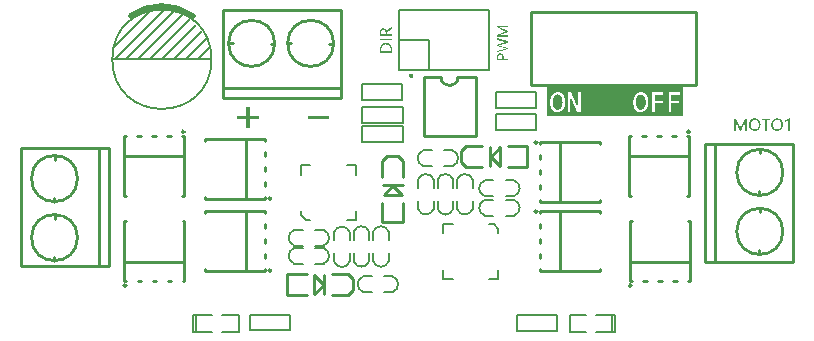
<source format=gto>
G04*
G04 #@! TF.GenerationSoftware,Altium Limited,Altium Designer,22.1.2 (22)*
G04*
G04 Layer_Color=65535*
%FSLAX25Y25*%
%MOIN*%
G70*
G04*
G04 #@! TF.SameCoordinates,03C845ED-AF23-4815-B137-924D907A0311*
G04*
G04*
G04 #@! TF.FilePolarity,Positive*
G04*
G01*
G75*
%ADD10C,0.01000*%
%ADD11C,0.00787*%
%ADD12C,0.01984*%
%ADD13C,0.00800*%
%ADD14C,0.00591*%
G36*
X242909Y70205D02*
X242391D01*
Y72887D01*
Y72894D01*
Y72901D01*
Y72920D01*
Y72947D01*
Y72979D01*
Y73019D01*
X242398Y73111D01*
Y73229D01*
X242411Y73366D01*
X242417Y73517D01*
X242431Y73688D01*
X242417D01*
Y73675D01*
X242404Y73642D01*
X242391Y73589D01*
X242378Y73524D01*
X242339Y73393D01*
X242319Y73334D01*
X242299Y73281D01*
X240955Y70205D01*
X240666D01*
X239328Y73255D01*
Y73261D01*
X239321Y73274D01*
X239308Y73307D01*
X239295Y73347D01*
X239282Y73406D01*
X239255Y73484D01*
X239236Y73576D01*
X239210Y73688D01*
X239196D01*
Y73675D01*
X239203Y73635D01*
Y73570D01*
X239210Y73478D01*
X239216Y73366D01*
Y73222D01*
X239223Y73058D01*
Y72868D01*
Y70205D01*
X238718D01*
Y74259D01*
X239433D01*
X240627Y71477D01*
Y71471D01*
X240633Y71464D01*
X240646Y71425D01*
X240672Y71366D01*
X240699Y71293D01*
X240732Y71215D01*
X240764Y71129D01*
X240791Y71051D01*
X240810Y70978D01*
X240830D01*
Y70985D01*
X240837Y70998D01*
X240843Y71011D01*
X240850Y71038D01*
X240876Y71103D01*
X240902Y71182D01*
X240935Y71267D01*
X240968Y71352D01*
X240994Y71431D01*
X241020Y71490D01*
X242234Y74259D01*
X242909D01*
Y70205D01*
D02*
G37*
G36*
X257269D02*
X256758D01*
Y73675D01*
X256751Y73668D01*
X256738Y73655D01*
X256705Y73629D01*
X256666Y73596D01*
X256607Y73550D01*
X256535Y73504D01*
X256449Y73452D01*
X256351Y73399D01*
X256338Y73393D01*
X256305Y73373D01*
X256246Y73353D01*
X256174Y73321D01*
X256095Y73288D01*
X256003Y73255D01*
X255911Y73222D01*
X255820Y73196D01*
Y73694D01*
X255826D01*
X255833Y73701D01*
X255852Y73707D01*
X255879Y73714D01*
X255938Y73734D01*
X256029Y73766D01*
X256128Y73806D01*
X256246Y73852D01*
X256371Y73911D01*
X256508Y73976D01*
X256515D01*
X256521Y73983D01*
X256541Y73996D01*
X256567Y74009D01*
X256633Y74049D01*
X256718Y74095D01*
X256810Y74154D01*
X256902Y74219D01*
X256994Y74285D01*
X257072Y74350D01*
X257269D01*
Y70205D01*
D02*
G37*
G36*
X250788Y73793D02*
X249620D01*
Y70205D01*
X249089D01*
Y73793D01*
X247928D01*
Y74259D01*
X250788D01*
Y73793D01*
D02*
G37*
G36*
X253202Y74324D02*
X253261D01*
X253333Y74311D01*
X253419Y74298D01*
X253510Y74285D01*
X253609Y74259D01*
X253720Y74232D01*
X253832Y74193D01*
X253943Y74147D01*
X254055Y74088D01*
X254173Y74022D01*
X254278Y73950D01*
X254389Y73858D01*
X254488Y73760D01*
X254494Y73753D01*
X254507Y73734D01*
X254534Y73701D01*
X254567Y73655D01*
X254606Y73602D01*
X254652Y73530D01*
X254698Y73452D01*
X254750Y73360D01*
X254796Y73261D01*
X254842Y73150D01*
X254888Y73025D01*
X254927Y72894D01*
X254960Y72756D01*
X254986Y72605D01*
X254999Y72441D01*
X255006Y72277D01*
Y72264D01*
Y72232D01*
X254999Y72186D01*
Y72113D01*
X254993Y72035D01*
X254980Y71936D01*
X254960Y71831D01*
X254941Y71713D01*
X254914Y71589D01*
X254875Y71464D01*
X254836Y71333D01*
X254783Y71202D01*
X254724Y71077D01*
X254652Y70952D01*
X254567Y70828D01*
X254475Y70716D01*
X254468Y70710D01*
X254449Y70690D01*
X254422Y70664D01*
X254376Y70624D01*
X254324Y70585D01*
X254258Y70533D01*
X254186Y70480D01*
X254101Y70428D01*
X254002Y70375D01*
X253897Y70323D01*
X253779Y70270D01*
X253655Y70231D01*
X253517Y70191D01*
X253373Y70165D01*
X253222Y70145D01*
X253058Y70139D01*
X253018D01*
X252973Y70145D01*
X252913D01*
X252841Y70159D01*
X252756Y70172D01*
X252664Y70185D01*
X252559Y70211D01*
X252448Y70237D01*
X252336Y70277D01*
X252225Y70323D01*
X252107Y70375D01*
X251989Y70441D01*
X251877Y70519D01*
X251772Y70605D01*
X251667Y70703D01*
X251660Y70710D01*
X251647Y70729D01*
X251621Y70762D01*
X251588Y70808D01*
X251549Y70860D01*
X251503Y70933D01*
X251457Y71011D01*
X251411Y71097D01*
X251359Y71202D01*
X251313Y71313D01*
X251267Y71431D01*
X251227Y71562D01*
X251195Y71707D01*
X251168Y71851D01*
X251155Y72015D01*
X251149Y72179D01*
Y72192D01*
Y72225D01*
X251155Y72271D01*
Y72343D01*
X251168Y72428D01*
X251175Y72520D01*
X251195Y72625D01*
X251214Y72743D01*
X251241Y72868D01*
X251280Y72992D01*
X251319Y73124D01*
X251372Y73255D01*
X251431Y73386D01*
X251503Y73511D01*
X251588Y73635D01*
X251680Y73747D01*
X251687Y73753D01*
X251706Y73773D01*
X251739Y73799D01*
X251779Y73839D01*
X251831Y73885D01*
X251897Y73931D01*
X251975Y73983D01*
X252061Y74042D01*
X252159Y74095D01*
X252271Y74147D01*
X252389Y74193D01*
X252513Y74239D01*
X252651Y74278D01*
X252802Y74304D01*
X252959Y74324D01*
X253123Y74331D01*
X253163D01*
X253202Y74324D01*
D02*
G37*
G36*
X245750D02*
X245809D01*
X245881Y74311D01*
X245966Y74298D01*
X246058Y74285D01*
X246157Y74259D01*
X246268Y74232D01*
X246380Y74193D01*
X246491Y74147D01*
X246603Y74088D01*
X246721Y74022D01*
X246826Y73950D01*
X246937Y73858D01*
X247036Y73760D01*
X247042Y73753D01*
X247055Y73734D01*
X247082Y73701D01*
X247114Y73655D01*
X247154Y73602D01*
X247200Y73530D01*
X247246Y73452D01*
X247298Y73360D01*
X247344Y73261D01*
X247390Y73150D01*
X247436Y73025D01*
X247475Y72894D01*
X247508Y72756D01*
X247534Y72605D01*
X247547Y72441D01*
X247554Y72277D01*
Y72264D01*
Y72232D01*
X247547Y72186D01*
Y72113D01*
X247541Y72035D01*
X247528Y71936D01*
X247508Y71831D01*
X247488Y71713D01*
X247462Y71589D01*
X247423Y71464D01*
X247383Y71333D01*
X247331Y71202D01*
X247272Y71077D01*
X247200Y70952D01*
X247114Y70828D01*
X247023Y70716D01*
X247016Y70710D01*
X246996Y70690D01*
X246970Y70664D01*
X246924Y70624D01*
X246872Y70585D01*
X246806Y70533D01*
X246734Y70480D01*
X246649Y70428D01*
X246550Y70375D01*
X246445Y70323D01*
X246327Y70270D01*
X246203Y70231D01*
X246065Y70191D01*
X245920Y70165D01*
X245770Y70145D01*
X245606Y70139D01*
X245566D01*
X245520Y70145D01*
X245461D01*
X245389Y70159D01*
X245304Y70172D01*
X245212Y70185D01*
X245107Y70211D01*
X244995Y70237D01*
X244884Y70277D01*
X244773Y70323D01*
X244654Y70375D01*
X244536Y70441D01*
X244425Y70519D01*
X244320Y70605D01*
X244215Y70703D01*
X244208Y70710D01*
X244195Y70729D01*
X244169Y70762D01*
X244136Y70808D01*
X244097Y70860D01*
X244051Y70933D01*
X244005Y71011D01*
X243959Y71097D01*
X243907Y71202D01*
X243861Y71313D01*
X243815Y71431D01*
X243775Y71562D01*
X243743Y71707D01*
X243716Y71851D01*
X243703Y72015D01*
X243697Y72179D01*
Y72192D01*
Y72225D01*
X243703Y72271D01*
Y72343D01*
X243716Y72428D01*
X243723Y72520D01*
X243743Y72625D01*
X243762Y72743D01*
X243789Y72868D01*
X243828Y72992D01*
X243867Y73124D01*
X243920Y73255D01*
X243979Y73386D01*
X244051Y73511D01*
X244136Y73635D01*
X244228Y73747D01*
X244235Y73753D01*
X244254Y73773D01*
X244287Y73799D01*
X244326Y73839D01*
X244379Y73885D01*
X244444Y73931D01*
X244523Y73983D01*
X244608Y74042D01*
X244707Y74095D01*
X244818Y74147D01*
X244936Y74193D01*
X245061Y74239D01*
X245199Y74278D01*
X245350Y74304D01*
X245507Y74324D01*
X245671Y74331D01*
X245711D01*
X245750Y74324D01*
D02*
G37*
G36*
X124704Y104190D02*
X123582Y103514D01*
X123575D01*
X123569Y103508D01*
X123530Y103481D01*
X123470Y103442D01*
X123398Y103390D01*
X123320Y103331D01*
X123241Y103272D01*
X123175Y103206D01*
X123123Y103140D01*
X123116Y103134D01*
X123103Y103114D01*
X123083Y103075D01*
X123057Y103029D01*
X123038Y102970D01*
X123018Y102904D01*
X123005Y102832D01*
X122998Y102747D01*
Y102366D01*
X124704D01*
Y101841D01*
X120650D01*
Y103140D01*
X120656Y103180D01*
Y103226D01*
X120663Y103285D01*
X120682Y103416D01*
X120722Y103567D01*
X120774Y103718D01*
X120840Y103869D01*
X120886Y103941D01*
X120938Y104006D01*
Y104013D01*
X120951Y104019D01*
X120991Y104059D01*
X121056Y104111D01*
X121142Y104177D01*
X121253Y104236D01*
X121391Y104288D01*
X121548Y104328D01*
X121640Y104334D01*
X121732Y104341D01*
X121739D01*
X121771D01*
X121811Y104334D01*
X121870Y104328D01*
X121935Y104315D01*
X122014Y104295D01*
X122099Y104269D01*
X122185Y104229D01*
X122276Y104183D01*
X122368Y104124D01*
X122460Y104052D01*
X122552Y103960D01*
X122631Y103862D01*
X122710Y103737D01*
X122775Y103600D01*
X122827Y103442D01*
X122841D01*
Y103449D01*
X122854Y103468D01*
X122873Y103501D01*
X122893Y103541D01*
X122959Y103639D01*
X123044Y103731D01*
X123051Y103737D01*
X123070Y103751D01*
X123103Y103783D01*
X123149Y103816D01*
X123208Y103862D01*
X123287Y103914D01*
X123379Y103980D01*
X123490Y104046D01*
X124704Y104807D01*
Y104190D01*
D02*
G37*
G36*
Y100267D02*
X120650D01*
Y100792D01*
X124704D01*
Y100267D01*
D02*
G37*
G36*
X122716Y99480D02*
X122782D01*
X122860Y99467D01*
X122952Y99454D01*
X123057Y99434D01*
X123169Y99408D01*
X123287Y99375D01*
X123411Y99336D01*
X123536Y99290D01*
X123661Y99231D01*
X123785Y99159D01*
X123910Y99080D01*
X124028Y98981D01*
X124140Y98876D01*
X124146Y98870D01*
X124166Y98850D01*
X124192Y98811D01*
X124225Y98765D01*
X124271Y98706D01*
X124317Y98634D01*
X124369Y98548D01*
X124422Y98450D01*
X124474Y98345D01*
X124527Y98227D01*
X124573Y98096D01*
X124618Y97958D01*
X124651Y97807D01*
X124678Y97650D01*
X124697Y97479D01*
X124704Y97302D01*
Y96180D01*
X120650D01*
Y97381D01*
X120656Y97433D01*
Y97499D01*
X120663Y97578D01*
X120676Y97669D01*
X120696Y97768D01*
X120715Y97879D01*
X120748Y97997D01*
X120781Y98122D01*
X120827Y98253D01*
X120879Y98378D01*
X120938Y98509D01*
X121010Y98634D01*
X121096Y98758D01*
X121188Y98876D01*
X121194Y98883D01*
X121214Y98903D01*
X121240Y98935D01*
X121286Y98975D01*
X121338Y99021D01*
X121404Y99067D01*
X121483Y99126D01*
X121568Y99185D01*
X121666Y99237D01*
X121771Y99296D01*
X121889Y99342D01*
X122021Y99395D01*
X122158Y99427D01*
X122303Y99460D01*
X122460Y99480D01*
X122624Y99487D01*
X122637D01*
X122664D01*
X122716Y99480D01*
D02*
G37*
G36*
X221638Y75157D02*
X176362D01*
Y85000D01*
X221638D01*
Y75157D01*
D02*
G37*
G36*
X163252Y104779D02*
X160868D01*
X160862D01*
X160856D01*
X160839D01*
X160816D01*
X160786D01*
X160751D01*
X160670Y104785D01*
X160565D01*
X160442Y104797D01*
X160308Y104802D01*
X160157Y104814D01*
Y104802D01*
X160169D01*
X160198Y104791D01*
X160244Y104779D01*
X160302Y104767D01*
X160419Y104732D01*
X160472Y104715D01*
X160518Y104698D01*
X163252Y103502D01*
Y103246D01*
X160542Y102057D01*
X160536D01*
X160524Y102051D01*
X160495Y102039D01*
X160460Y102027D01*
X160407Y102016D01*
X160337Y101992D01*
X160256Y101975D01*
X160157Y101952D01*
Y101940D01*
X160169D01*
X160203Y101946D01*
X160262D01*
X160343Y101952D01*
X160442Y101957D01*
X160571D01*
X160716Y101963D01*
X160886D01*
X163252D01*
Y101514D01*
X159650D01*
Y102150D01*
X162121Y103211D01*
X162127D01*
X162133Y103217D01*
X162168Y103228D01*
X162221Y103252D01*
X162285Y103275D01*
X162355Y103304D01*
X162431Y103333D01*
X162501Y103357D01*
X162565Y103374D01*
Y103392D01*
X162559D01*
X162547Y103397D01*
X162535Y103403D01*
X162512Y103409D01*
X162454Y103432D01*
X162384Y103456D01*
X162308Y103485D01*
X162232Y103514D01*
X162162Y103537D01*
X162110Y103561D01*
X159650Y104639D01*
Y105240D01*
X163252D01*
Y104779D01*
D02*
G37*
G36*
Y99981D02*
Y99439D01*
X160658Y98710D01*
X160652D01*
X160629Y98704D01*
X160588Y98693D01*
X160542Y98687D01*
X160489Y98675D01*
X160425Y98663D01*
X160285Y98652D01*
Y98646D01*
X160291D01*
X160320Y98640D01*
X160355D01*
X160402Y98634D01*
X160460Y98623D01*
X160518Y98611D01*
X160652Y98582D01*
X163252Y97847D01*
Y97311D01*
X159650Y96262D01*
Y96780D01*
X162372Y97515D01*
X162378D01*
X162401Y97521D01*
X162442Y97532D01*
X162489Y97538D01*
X162547Y97550D01*
X162605Y97562D01*
X162745Y97573D01*
Y97585D01*
X162740D01*
X162722Y97591D01*
X162687D01*
X162646Y97597D01*
X162594Y97608D01*
X162530Y97620D01*
X162454Y97637D01*
X162372Y97661D01*
X159650Y98442D01*
Y98902D01*
X162396Y99649D01*
X162401D01*
X162419Y99655D01*
X162448Y99660D01*
X162489Y99672D01*
X162535Y99678D01*
X162600Y99690D01*
X162664Y99695D01*
X162740Y99707D01*
Y99719D01*
X162734D01*
X162710D01*
X162681Y99725D01*
X162640Y99730D01*
X162588Y99742D01*
X162524Y99754D01*
X162460Y99765D01*
X162384Y99783D01*
X159650Y100494D01*
Y100995D01*
X163252Y99981D01*
D02*
G37*
G36*
X160821Y95999D02*
X160868Y95993D01*
X160921Y95987D01*
X160979Y95976D01*
X161043Y95958D01*
X161177Y95912D01*
X161247Y95882D01*
X161323Y95847D01*
X161393Y95801D01*
X161463Y95748D01*
X161533Y95690D01*
X161597Y95626D01*
X161603Y95620D01*
X161609Y95609D01*
X161626Y95585D01*
X161649Y95562D01*
X161673Y95521D01*
X161702Y95480D01*
X161725Y95428D01*
X161760Y95369D01*
X161789Y95305D01*
X161818Y95235D01*
X161842Y95154D01*
X161865Y95072D01*
X161882Y94985D01*
X161900Y94891D01*
X161906Y94792D01*
Y94215D01*
X163252D01*
Y93749D01*
X159650D01*
Y94833D01*
X159655Y94874D01*
Y94921D01*
X159661Y94979D01*
X159673Y95037D01*
X159685Y95107D01*
X159720Y95253D01*
X159766Y95404D01*
X159836Y95550D01*
X159883Y95614D01*
X159929Y95679D01*
X159935Y95684D01*
X159941Y95690D01*
X159959Y95708D01*
X159982Y95731D01*
X160011Y95754D01*
X160046Y95783D01*
X160087Y95812D01*
X160134Y95842D01*
X160186Y95871D01*
X160250Y95900D01*
X160314Y95929D01*
X160384Y95952D01*
X160466Y95976D01*
X160547Y95993D01*
X160641Y95999D01*
X160734Y96005D01*
X160740D01*
X160757D01*
X160786D01*
X160821Y95999D01*
D02*
G37*
G36*
X57028Y13786D02*
X57026Y13785D01*
X57025Y13784D01*
Y13785D01*
X57025D01*
X57024Y13786D01*
Y13787D01*
X57025D01*
X57025Y13786D01*
X57026D01*
X57028Y13787D01*
Y13786D01*
D02*
G37*
G36*
X57023D02*
X57021Y13785D01*
X57024Y13779D01*
X57023D01*
X57021Y13782D01*
X57020Y13780D01*
X57020Y13782D01*
Y13785D01*
X57020D01*
X57019Y13786D01*
Y13787D01*
X57020D01*
X57020Y13786D01*
X57021D01*
X57023Y13787D01*
Y13786D01*
D02*
G37*
G36*
X57003D02*
X57003Y13785D01*
Y13783D01*
Y13782D01*
X57003Y13781D01*
Y13783D01*
Y13784D01*
X57002Y13785D01*
X57000Y13786D01*
X56998D01*
X56998Y13787D01*
X57002D01*
X57003Y13786D01*
D02*
G37*
G36*
X57012Y13785D02*
X57013Y13784D01*
Y13782D01*
Y13781D01*
X57011Y13780D01*
X57011D01*
Y13779D01*
X57010D01*
X57009Y13779D01*
X57008Y13779D01*
X57007D01*
X57006Y13780D01*
Y13781D01*
X57004Y13782D01*
Y13783D01*
X57006Y13785D01*
X57007Y13786D01*
X57008D01*
X57007Y13785D01*
Y13784D01*
Y13782D01*
Y13781D01*
Y13780D01*
X57007D01*
X57009Y13779D01*
X57011Y13780D01*
X57011Y13781D01*
Y13782D01*
Y13783D01*
X57011Y13785D01*
Y13786D01*
X57012Y13785D01*
D02*
G37*
G36*
X57039Y13786D02*
Y13785D01*
X57041Y13786D01*
X57042D01*
Y13785D01*
X57041D01*
X57039Y13784D01*
Y13783D01*
Y13780D01*
Y13779D01*
X57038D01*
Y13780D01*
Y13784D01*
X57038D01*
Y13785D01*
X57038Y13786D01*
Y13787D01*
X57039Y13786D01*
D02*
G37*
G36*
X57033D02*
X57034Y13785D01*
X57035Y13784D01*
X57029D01*
Y13783D01*
Y13782D01*
Y13780D01*
X57030D01*
X57032Y13779D01*
X57033Y13780D01*
X57034D01*
X57033Y13779D01*
X57033D01*
X57032Y13779D01*
X57032Y13779D01*
X57030D01*
X57029Y13780D01*
Y13781D01*
Y13782D01*
Y13783D01*
X57029Y13785D01*
Y13786D01*
X57030Y13787D01*
X57033D01*
Y13786D01*
D02*
G37*
G36*
X57020Y13779D02*
X57019Y13779D01*
X57020Y13780D01*
X57020Y13779D01*
D02*
G37*
G36*
X57017Y13786D02*
X57016Y13785D01*
X57019Y13779D01*
X57019Y13779D01*
X57016Y13785D01*
X57015Y13786D01*
Y13787D01*
X57017D01*
Y13786D01*
D02*
G37*
G36*
X56998D02*
Y13781D01*
Y13780D01*
X57000D01*
X56999Y13779D01*
X56998D01*
Y13776D01*
Y13775D01*
X56999D01*
Y13774D01*
X56994D01*
Y13775D01*
X56997D01*
Y13776D01*
Y13785D01*
Y13786D01*
X56994D01*
X56995Y13787D01*
X56997D01*
Y13788D01*
X56998D01*
Y13786D01*
D02*
G37*
G36*
X103866Y73960D02*
X96663D01*
Y75228D01*
X103866D01*
Y73960D01*
D02*
G37*
G36*
X77301Y75228D02*
X80261D01*
Y73960D01*
X77301D01*
Y71000D01*
X75960D01*
Y73960D01*
X73000D01*
Y75228D01*
X75960D01*
Y78188D01*
X77301D01*
Y75228D01*
D02*
G37*
G36*
X142019Y78264D02*
X142020Y78263D01*
Y78262D01*
X142021D01*
Y78261D01*
Y78260D01*
X142020Y78259D01*
X142019Y78258D01*
X142020Y78257D01*
X142021Y78256D01*
X142022D01*
Y78254D01*
Y78253D01*
X142020Y78251D01*
X142019D01*
X142017Y78250D01*
X142016D01*
X142014Y78251D01*
Y78252D01*
X142013Y78254D01*
X142015D01*
Y78253D01*
Y78252D01*
X142019D01*
X142020Y78253D01*
Y78254D01*
Y78255D01*
X142019Y78256D01*
X142018Y78257D01*
X142016D01*
Y78258D01*
X142017D01*
X142018Y78259D01*
X142019Y78260D01*
Y78261D01*
X142018Y78262D01*
Y78263D01*
X142016D01*
X142015Y78262D01*
Y78261D01*
X142013D01*
Y78262D01*
X142014Y78263D01*
X142015Y78264D01*
X142017Y78265D01*
X142018D01*
X142019Y78264D01*
D02*
G37*
G36*
X142011Y78256D02*
Y78255D01*
X142010Y78252D01*
Y78251D01*
X142008Y78250D01*
X142002D01*
X142001Y78251D01*
X142000Y78252D01*
Y78253D01*
Y78256D01*
Y78265D01*
X142002D01*
Y78256D01*
Y78255D01*
Y78253D01*
X142003Y78252D01*
X142008D01*
X142009Y78253D01*
Y78256D01*
Y78265D01*
X142011D01*
Y78256D01*
D02*
G37*
G36*
X161511Y38256D02*
Y38255D01*
X161510Y38252D01*
Y38251D01*
X161508Y38250D01*
X161502D01*
X161501Y38251D01*
X161500Y38252D01*
Y38253D01*
Y38256D01*
Y38265D01*
X161502D01*
Y38256D01*
Y38255D01*
Y38253D01*
X161503Y38252D01*
X161508D01*
X161509Y38253D01*
Y38256D01*
Y38265D01*
X161511D01*
Y38256D01*
D02*
G37*
G36*
X161520Y38263D02*
X161521Y38262D01*
X161522Y38260D01*
Y38259D01*
X161521Y38258D01*
X161520Y38257D01*
X161519Y38256D01*
X161518Y38254D01*
X161517Y38253D01*
X161515Y38252D01*
X161522D01*
Y38250D01*
X161513D01*
Y38251D01*
Y38252D01*
X161514Y38253D01*
X161516Y38254D01*
Y38255D01*
X161517Y38256D01*
X161519Y38258D01*
X161520Y38259D01*
Y38260D01*
Y38261D01*
X161519Y38262D01*
X161518Y38263D01*
X161516D01*
X161515Y38262D01*
Y38261D01*
X161513D01*
Y38262D01*
X161514Y38263D01*
X161515Y38264D01*
X161517Y38265D01*
X161518D01*
X161520Y38263D01*
D02*
G37*
G36*
X90511Y41256D02*
Y41255D01*
X90510Y41252D01*
Y41251D01*
X90508Y41250D01*
X90502D01*
X90501Y41251D01*
X90500Y41252D01*
Y41253D01*
Y41256D01*
Y41265D01*
X90502D01*
Y41256D01*
Y41255D01*
Y41253D01*
X90503Y41252D01*
X90508D01*
X90509Y41253D01*
Y41256D01*
Y41265D01*
X90511D01*
Y41256D01*
D02*
G37*
G36*
X90519Y41250D02*
X90517D01*
Y41261D01*
X90516D01*
X90515Y41260D01*
X90514Y41259D01*
Y41261D01*
X90515D01*
X90516Y41262D01*
X90517Y41263D01*
Y41265D01*
X90519D01*
Y41250D01*
D02*
G37*
G36*
X174021Y73757D02*
X174015D01*
Y73752D01*
X174016Y73753D01*
X174017Y73754D01*
X174018D01*
X174020Y73752D01*
X174021Y73751D01*
X174022Y73749D01*
Y73748D01*
X174020Y73745D01*
X174019D01*
X174017Y73744D01*
X174016D01*
X174014Y73745D01*
Y73746D01*
X174013Y73748D01*
X174015D01*
Y73747D01*
Y73746D01*
X174019D01*
X174020Y73747D01*
Y73749D01*
Y73750D01*
X174019Y73751D01*
Y73752D01*
X174016D01*
X174015Y73751D01*
X174013D01*
X174014Y73759D01*
X174021D01*
Y73757D01*
D02*
G37*
G36*
X174008Y73758D02*
X174009D01*
Y73757D01*
X174010Y73756D01*
Y73755D01*
Y73754D01*
X174009Y73752D01*
X174008D01*
X174006Y73751D01*
X174007D01*
Y73750D01*
X174008Y73749D01*
Y73748D01*
X174011Y73744D01*
X174008D01*
X174006Y73747D01*
Y73748D01*
X174005Y73749D01*
Y73750D01*
X174004D01*
Y73751D01*
X174002D01*
Y73744D01*
X174000D01*
Y73759D01*
X174006D01*
X174008Y73758D01*
D02*
G37*
G36*
X110520Y76249D02*
X110522D01*
Y76247D01*
X110520D01*
Y76244D01*
X110518D01*
Y76247D01*
X110512D01*
Y76249D01*
X110519Y76259D01*
X110520D01*
Y76249D01*
D02*
G37*
G36*
X110508Y76258D02*
X110509D01*
Y76257D01*
X110510Y76256D01*
Y76255D01*
Y76254D01*
X110509Y76252D01*
X110508D01*
X110506Y76251D01*
X110507D01*
Y76250D01*
X110508Y76249D01*
Y76248D01*
X110511Y76244D01*
X110508D01*
X110506Y76247D01*
Y76248D01*
X110505Y76249D01*
Y76250D01*
X110504D01*
Y76251D01*
X110502D01*
Y76244D01*
X110500D01*
Y76259D01*
X110506D01*
X110508Y76258D01*
D02*
G37*
G36*
X174019Y80764D02*
X174020Y80763D01*
Y80762D01*
X174021D01*
Y80761D01*
Y80760D01*
X174020Y80759D01*
X174019Y80758D01*
X174020Y80757D01*
X174021Y80756D01*
X174022D01*
Y80754D01*
Y80753D01*
X174020Y80751D01*
X174019D01*
X174017Y80750D01*
X174016D01*
X174014Y80751D01*
Y80752D01*
X174013Y80754D01*
X174015D01*
Y80753D01*
Y80752D01*
X174019D01*
X174020Y80753D01*
Y80754D01*
Y80755D01*
X174019Y80756D01*
X174018Y80757D01*
X174016D01*
Y80758D01*
X174017D01*
X174018Y80759D01*
X174019Y80760D01*
Y80761D01*
X174018Y80762D01*
Y80763D01*
X174016D01*
X174015Y80762D01*
Y80761D01*
X174013D01*
Y80762D01*
X174014Y80763D01*
X174015Y80764D01*
X174017Y80765D01*
X174018D01*
X174019Y80764D01*
D02*
G37*
G36*
X174008D02*
X174009D01*
Y80763D01*
X174010Y80762D01*
Y80761D01*
Y80760D01*
X174009Y80758D01*
X174008D01*
X174006Y80757D01*
X174007D01*
Y80756D01*
X174008Y80755D01*
Y80754D01*
X174011Y80750D01*
X174008D01*
X174006Y80753D01*
Y80754D01*
X174005Y80755D01*
Y80756D01*
X174004D01*
Y80757D01*
X174002D01*
Y80750D01*
X174000D01*
Y80765D01*
X174006D01*
X174008Y80764D01*
D02*
G37*
G36*
X110520Y82763D02*
X110521Y82762D01*
X110522Y82760D01*
Y82759D01*
X110521Y82758D01*
X110520Y82757D01*
X110519Y82756D01*
X110518Y82754D01*
X110517Y82753D01*
X110515Y82752D01*
X110522D01*
Y82750D01*
X110513D01*
Y82751D01*
Y82752D01*
X110514Y82753D01*
X110516Y82754D01*
Y82755D01*
X110517Y82756D01*
X110519Y82758D01*
X110520Y82759D01*
Y82760D01*
Y82761D01*
X110519Y82762D01*
X110518Y82763D01*
X110516D01*
X110515Y82762D01*
Y82761D01*
X110513D01*
Y82762D01*
X110514Y82763D01*
X110515Y82764D01*
X110517Y82765D01*
X110518D01*
X110520Y82763D01*
D02*
G37*
G36*
X110508Y82764D02*
X110509D01*
Y82763D01*
X110510Y82762D01*
Y82761D01*
Y82760D01*
X110509Y82758D01*
X110508D01*
X110506Y82757D01*
X110507D01*
Y82756D01*
X110508Y82755D01*
Y82754D01*
X110511Y82750D01*
X110508D01*
X110506Y82753D01*
Y82754D01*
X110505Y82755D01*
Y82756D01*
X110504D01*
Y82757D01*
X110502D01*
Y82750D01*
X110500D01*
Y82765D01*
X110506D01*
X110508Y82764D01*
D02*
G37*
G36*
X111019Y69250D02*
X111017D01*
Y69261D01*
X111016D01*
X111015Y69260D01*
X111014Y69259D01*
Y69261D01*
X111015D01*
X111016Y69262D01*
X111017Y69263D01*
Y69265D01*
X111019D01*
Y69250D01*
D02*
G37*
G36*
X111008Y69264D02*
X111009D01*
Y69263D01*
X111010Y69262D01*
Y69261D01*
Y69260D01*
X111009Y69258D01*
X111008D01*
X111006Y69257D01*
X111007D01*
Y69256D01*
X111008Y69255D01*
Y69254D01*
X111011Y69250D01*
X111008D01*
X111006Y69253D01*
Y69254D01*
X111005Y69255D01*
Y69256D01*
X111004D01*
Y69257D01*
X111002D01*
Y69250D01*
X111000D01*
Y69265D01*
X111006D01*
X111008Y69264D01*
D02*
G37*
G36*
X225965Y28523D02*
Y28522D01*
X225966Y28520D01*
Y28519D01*
X225965Y28517D01*
X225964D01*
X225962Y28516D01*
X225961D01*
X225960D01*
X225959Y28517D01*
X225958Y28518D01*
Y28517D01*
X225957Y28516D01*
X225956D01*
X225955D01*
X225954D01*
X225953Y28517D01*
X225952Y28518D01*
X225951Y28520D01*
Y28521D01*
X225953Y28523D01*
X225954Y28524D01*
X225955Y28525D01*
X225956D01*
X225957Y28524D01*
Y28523D01*
X225958Y28522D01*
X225959Y28523D01*
X225960Y28524D01*
X225961Y28525D01*
X225962D01*
X225963D01*
X225965Y28523D01*
D02*
G37*
G36*
X225966Y28502D02*
X225965Y28501D01*
X225963Y28500D01*
X225962D01*
X225959D01*
X225958D01*
X225955D01*
X225954Y28501D01*
X225952Y28503D01*
X225951Y28504D01*
Y28508D01*
X225952Y28510D01*
X225953Y28511D01*
X225955Y28513D01*
X225956Y28514D01*
X225959D01*
X225960D01*
X225962Y28513D01*
X225963Y28512D01*
X225964Y28511D01*
X225965Y28512D01*
X225966Y28514D01*
Y28502D01*
D02*
G37*
G36*
X225954Y54524D02*
X225958Y54522D01*
X225959Y54521D01*
X225962Y54520D01*
X225963D01*
X225966D01*
Y54518D01*
X225965D01*
X225963D01*
X225962D01*
X225961Y54519D01*
X225958Y54520D01*
X225957D01*
X225956Y54521D01*
X225953Y54523D01*
Y54516D01*
X225951D01*
Y54525D01*
X225953D01*
X225954Y54524D01*
D02*
G37*
G36*
X225966Y54502D02*
X225965Y54501D01*
X225963Y54500D01*
X225962D01*
X225959D01*
X225958D01*
X225955D01*
X225954Y54501D01*
X225952Y54503D01*
X225951Y54504D01*
Y54508D01*
X225952Y54510D01*
X225953Y54511D01*
X225955Y54513D01*
X225956Y54514D01*
X225959D01*
X225960D01*
X225962Y54513D01*
X225963Y54512D01*
X225964Y54511D01*
X225965Y54512D01*
X225966Y54514D01*
Y54502D01*
D02*
G37*
G36*
X196964Y31524D02*
X196965Y31523D01*
X196966Y31522D01*
Y31519D01*
X196965Y31517D01*
X196963D01*
X196959Y31516D01*
X196958D01*
X196957D01*
X196953Y31517D01*
X196952Y31518D01*
X196951Y31521D01*
Y31522D01*
X196953Y31523D01*
X196954Y31524D01*
X196955Y31525D01*
Y31523D01*
X196954Y31522D01*
X196953Y31521D01*
Y31520D01*
X196954Y31519D01*
X196955Y31518D01*
X196956D01*
X196957D01*
Y31519D01*
X196956Y31520D01*
Y31522D01*
X196958Y31523D01*
X196959Y31524D01*
X196961Y31525D01*
X196962D01*
X196964Y31524D01*
D02*
G37*
G36*
X196966Y31502D02*
X196965Y31501D01*
X196963Y31500D01*
X196962D01*
X196959D01*
X196958D01*
X196955D01*
X196954Y31501D01*
X196952Y31503D01*
X196951Y31504D01*
Y31508D01*
X196952Y31510D01*
X196953Y31511D01*
X196955Y31513D01*
X196956Y31514D01*
X196959D01*
X196960D01*
X196962Y31513D01*
X196963Y31512D01*
X196964Y31511D01*
X196965Y31512D01*
X196966Y31514D01*
Y31502D01*
D02*
G37*
G36*
X196965Y54523D02*
Y54522D01*
X196966Y54520D01*
Y54519D01*
X196965Y54517D01*
X196964D01*
X196962Y54516D01*
Y54518D01*
X196963D01*
X196964D01*
Y54522D01*
X196963Y54523D01*
X196961D01*
X196960D01*
X196959Y54522D01*
X196958D01*
Y54519D01*
X196959Y54518D01*
Y54516D01*
X196951Y54517D01*
Y54524D01*
X196953D01*
Y54518D01*
X196958D01*
X196957Y54519D01*
X196956Y54520D01*
Y54521D01*
X196958Y54523D01*
X196959Y54524D01*
X196961Y54525D01*
X196962D01*
X196965Y54523D01*
D02*
G37*
G36*
X196966Y54502D02*
X196965Y54501D01*
X196963Y54500D01*
X196962D01*
X196959D01*
X196958D01*
X196955D01*
X196954Y54501D01*
X196952Y54503D01*
X196951Y54504D01*
Y54508D01*
X196952Y54510D01*
X196953Y54511D01*
X196955Y54513D01*
X196956Y54514D01*
X196959D01*
X196960D01*
X196962Y54513D01*
X196963Y54512D01*
X196964Y54511D01*
X196965Y54512D01*
X196966Y54514D01*
Y54502D01*
D02*
G37*
G36*
X33046Y57999D02*
X33048Y57997D01*
X33049Y57996D01*
Y57992D01*
X33048Y57990D01*
X33047Y57989D01*
X33045Y57987D01*
X33044Y57986D01*
X33041D01*
X33040D01*
X33038Y57987D01*
X33037Y57988D01*
X33036Y57989D01*
X33035Y57988D01*
X33034Y57986D01*
Y57998D01*
X33035Y57999D01*
X33037Y58000D01*
X33038D01*
X33041D01*
X33042D01*
X33045D01*
X33046Y57999D01*
D02*
G37*
G36*
X33049Y57978D02*
Y57977D01*
X33039D01*
Y57975D01*
X33037D01*
Y57977D01*
X33034D01*
Y57979D01*
X33037D01*
Y57985D01*
X33039D01*
X33049Y57978D01*
D02*
G37*
G36*
X33046Y34999D02*
X33048Y34997D01*
X33049Y34996D01*
Y34992D01*
X33048Y34990D01*
X33047Y34989D01*
X33045Y34987D01*
X33044Y34986D01*
X33041D01*
X33040D01*
X33038Y34987D01*
X33037Y34988D01*
X33036Y34989D01*
X33035Y34988D01*
X33034Y34986D01*
Y34998D01*
X33035Y34999D01*
X33037Y35000D01*
X33038D01*
X33041D01*
X33042D01*
X33045D01*
X33046Y34999D01*
D02*
G37*
G36*
X33047Y34983D02*
X33048Y34982D01*
X33049Y34980D01*
Y34979D01*
X33048Y34978D01*
X33047Y34977D01*
X33046D01*
Y34976D01*
X33045D01*
X33044D01*
X33043Y34977D01*
X33042Y34978D01*
X33041Y34977D01*
X33040Y34976D01*
Y34975D01*
X33038D01*
X33037D01*
X33035Y34977D01*
Y34978D01*
X33034Y34980D01*
Y34981D01*
X33035Y34983D01*
X33036D01*
X33038Y34984D01*
Y34982D01*
X33037D01*
X33036D01*
Y34978D01*
X33037Y34977D01*
X33038D01*
X33039D01*
X33040Y34978D01*
X33041Y34979D01*
Y34981D01*
X33042D01*
Y34980D01*
X33043Y34979D01*
X33044Y34978D01*
X33045D01*
X33046Y34979D01*
X33047D01*
Y34981D01*
X33046Y34982D01*
X33045D01*
Y34984D01*
X33046D01*
X33047Y34983D01*
D02*
G37*
G36*
X59046Y59999D02*
X59048Y59997D01*
X59049Y59996D01*
Y59992D01*
X59048Y59990D01*
X59047Y59989D01*
X59045Y59987D01*
X59044Y59986D01*
X59041D01*
X59040D01*
X59038Y59987D01*
X59037Y59988D01*
X59036Y59989D01*
X59035Y59988D01*
X59034Y59986D01*
Y59998D01*
X59035Y59999D01*
X59037Y60000D01*
X59038D01*
X59041D01*
X59042D01*
X59045D01*
X59046Y59999D01*
D02*
G37*
G36*
X59047Y59983D02*
X59048Y59982D01*
X59049Y59980D01*
Y59979D01*
X59047Y59977D01*
X59046Y59976D01*
X59044Y59975D01*
X59043D01*
X59042Y59976D01*
X59041Y59977D01*
X59040Y59978D01*
X59038Y59979D01*
X59037Y59980D01*
X59036Y59982D01*
Y59975D01*
X59034D01*
Y59984D01*
X59035D01*
X59036D01*
X59037Y59983D01*
X59038Y59981D01*
X59039D01*
X59040Y59980D01*
X59042Y59978D01*
X59043Y59977D01*
X59044D01*
X59045D01*
X59046Y59978D01*
X59047Y59979D01*
Y59981D01*
X59046Y59982D01*
X59045D01*
Y59984D01*
X59046D01*
X59047Y59983D01*
D02*
G37*
G36*
X59046Y35499D02*
X59048Y35497D01*
X59049Y35496D01*
Y35492D01*
X59048Y35490D01*
X59047Y35489D01*
X59045Y35487D01*
X59044Y35486D01*
X59041D01*
X59040D01*
X59038Y35487D01*
X59037Y35488D01*
X59036Y35489D01*
X59035Y35488D01*
X59034Y35486D01*
Y35498D01*
X59035Y35499D01*
X59037Y35500D01*
X59038D01*
X59041D01*
X59042D01*
X59045D01*
X59046Y35499D01*
D02*
G37*
G36*
X59045Y35482D02*
X59046Y35481D01*
X59047Y35480D01*
X59049D01*
Y35478D01*
X59034D01*
Y35480D01*
X59045D01*
Y35481D01*
X59044Y35482D01*
X59043Y35483D01*
X59045D01*
Y35482D01*
D02*
G37*
G36*
X157519Y67264D02*
X157520Y67263D01*
Y67262D01*
X157521D01*
Y67261D01*
Y67260D01*
X157520Y67259D01*
X157519Y67258D01*
X157520Y67257D01*
X157521Y67256D01*
X157522D01*
Y67254D01*
Y67253D01*
X157520Y67251D01*
X157519D01*
X157517Y67250D01*
X157516D01*
X157514Y67251D01*
Y67252D01*
X157513Y67254D01*
X157515D01*
Y67253D01*
Y67252D01*
X157519D01*
X157520Y67253D01*
Y67254D01*
Y67255D01*
X157519Y67256D01*
X157518Y67257D01*
X157516D01*
Y67258D01*
X157517D01*
X157518Y67259D01*
X157519Y67260D01*
Y67261D01*
X157518Y67262D01*
Y67263D01*
X157516D01*
X157515Y67262D01*
Y67261D01*
X157513D01*
Y67262D01*
X157514Y67263D01*
X157515Y67264D01*
X157517Y67265D01*
X157518D01*
X157519Y67264D01*
D02*
G37*
G36*
X157506D02*
X157507D01*
X157508Y67263D01*
X157509Y67262D01*
X157510Y67260D01*
X157511Y67259D01*
Y67257D01*
Y67256D01*
X157510Y67254D01*
Y67253D01*
X157509Y67252D01*
Y67251D01*
X157508Y67250D01*
X157500D01*
Y67265D01*
X157505D01*
X157506Y67264D01*
D02*
G37*
G36*
X99020Y14263D02*
X99021Y14262D01*
X99022Y14260D01*
Y14259D01*
X99021Y14258D01*
X99020Y14257D01*
X99019Y14256D01*
X99018Y14254D01*
X99017Y14253D01*
X99015Y14252D01*
X99022D01*
Y14250D01*
X99013D01*
Y14251D01*
Y14252D01*
X99014Y14253D01*
X99016Y14254D01*
Y14255D01*
X99017Y14256D01*
X99019Y14258D01*
X99020Y14259D01*
Y14260D01*
Y14261D01*
X99019Y14262D01*
X99018Y14263D01*
X99016D01*
X99015Y14262D01*
Y14261D01*
X99013D01*
Y14262D01*
X99014Y14263D01*
X99015Y14264D01*
X99017Y14265D01*
X99018D01*
X99020Y14263D01*
D02*
G37*
G36*
X99006Y14264D02*
X99007D01*
X99008Y14263D01*
X99009Y14262D01*
X99010Y14260D01*
X99011Y14259D01*
Y14257D01*
Y14256D01*
X99010Y14254D01*
Y14253D01*
X99009Y14252D01*
Y14251D01*
X99008Y14250D01*
X99000D01*
Y14265D01*
X99005D01*
X99006Y14264D01*
D02*
G37*
G36*
X118019Y50750D02*
X118017D01*
Y50761D01*
X118016D01*
X118015Y50760D01*
X118014Y50759D01*
Y50761D01*
X118015D01*
X118016Y50762D01*
X118017Y50763D01*
Y50765D01*
X118019D01*
Y50750D01*
D02*
G37*
G36*
X118006Y50764D02*
X118007D01*
X118008Y50763D01*
X118009Y50762D01*
X118010Y50760D01*
X118011Y50759D01*
Y50757D01*
Y50756D01*
X118010Y50754D01*
Y50753D01*
X118009Y50752D01*
Y50751D01*
X118008Y50750D01*
X118000D01*
Y50765D01*
X118005D01*
X118006Y50764D01*
D02*
G37*
G36*
X132733Y33532D02*
Y33531D01*
X132734Y33529D01*
Y33528D01*
X132733Y33526D01*
X132732D01*
X132730Y33525D01*
Y33527D01*
X132731D01*
X132732D01*
Y33531D01*
X132731Y33532D01*
X132730D01*
X132729D01*
X132728Y33531D01*
X132727Y33530D01*
Y33528D01*
X132726D01*
Y33529D01*
X132725Y33530D01*
X132724Y33531D01*
X132723D01*
X132722Y33530D01*
X132721D01*
Y33528D01*
X132722Y33527D01*
X132723D01*
Y33525D01*
X132722D01*
X132721Y33526D01*
X132720Y33527D01*
X132719Y33529D01*
Y33530D01*
X132720Y33531D01*
X132721Y33532D01*
X132722D01*
Y33533D01*
X132723D01*
X132724D01*
X132725Y33532D01*
X132726Y33531D01*
X132727Y33532D01*
X132728Y33533D01*
Y33534D01*
X132730D01*
X132731D01*
X132733Y33532D01*
D02*
G37*
G36*
X132734Y33518D02*
X132723D01*
Y33517D01*
X132724Y33516D01*
X132725Y33515D01*
X132723D01*
Y33516D01*
X132722Y33517D01*
X132721Y33518D01*
X132719D01*
Y33520D01*
X132734D01*
Y33518D01*
D02*
G37*
G36*
X132731Y33511D02*
X132733Y33509D01*
Y33508D01*
X132734Y33506D01*
Y33502D01*
X132733Y33501D01*
X132731Y33500D01*
X132730D01*
X132727D01*
X132726D01*
X132723D01*
X132722Y33501D01*
X132720Y33502D01*
X132719Y33503D01*
Y33506D01*
X132720Y33507D01*
X132721Y33509D01*
X132722Y33510D01*
X132724Y33512D01*
Y33510D01*
X132723Y33509D01*
X132722Y33508D01*
X132721Y33507D01*
Y33505D01*
X132722Y33503D01*
X132723D01*
X132725Y33502D01*
X132726D01*
X132727D01*
X132728D01*
X132730D01*
X132731D01*
X132732Y33503D01*
Y33508D01*
X132731Y33509D01*
X132729Y33510D01*
Y33512D01*
X132731Y33511D01*
D02*
G37*
G36*
X135734Y33525D02*
X135733D01*
X135732D01*
X135731Y33526D01*
X135730Y33528D01*
X135729D01*
X135728Y33529D01*
X135726Y33531D01*
X135725Y33532D01*
X135724D01*
X135723D01*
X135722Y33531D01*
X135721Y33530D01*
Y33528D01*
X135722Y33527D01*
X135723D01*
Y33525D01*
X135722D01*
X135721Y33526D01*
X135720Y33527D01*
X135719Y33529D01*
Y33530D01*
X135721Y33532D01*
X135722Y33533D01*
X135724Y33534D01*
X135725D01*
X135726Y33533D01*
X135727Y33532D01*
X135728Y33531D01*
X135730Y33530D01*
X135731Y33529D01*
X135732Y33527D01*
Y33534D01*
X135734D01*
Y33525D01*
D02*
G37*
G36*
Y33518D02*
X135723D01*
Y33517D01*
X135724Y33516D01*
X135725Y33515D01*
X135723D01*
Y33516D01*
X135722Y33517D01*
X135721Y33518D01*
X135719D01*
Y33520D01*
X135734D01*
Y33518D01*
D02*
G37*
G36*
X135731Y33511D02*
X135733Y33509D01*
Y33508D01*
X135734Y33506D01*
Y33502D01*
X135733Y33501D01*
X135731Y33500D01*
X135730D01*
X135727D01*
X135726D01*
X135723D01*
X135722Y33501D01*
X135720Y33502D01*
X135719Y33503D01*
Y33506D01*
X135720Y33507D01*
X135721Y33509D01*
X135722Y33510D01*
X135724Y33512D01*
Y33510D01*
X135723Y33509D01*
X135722Y33508D01*
X135721Y33507D01*
Y33505D01*
X135722Y33503D01*
X135723D01*
X135725Y33502D01*
X135726D01*
X135727D01*
X135728D01*
X135730D01*
X135731D01*
X135732Y33503D01*
Y33508D01*
X135731Y33509D01*
X135729Y33510D01*
Y33512D01*
X135731Y33511D01*
D02*
G37*
G36*
X169778Y53499D02*
X169780Y53498D01*
X169781Y53497D01*
Y53494D01*
X169780Y53493D01*
X169779Y53491D01*
X169778Y53490D01*
X169776Y53488D01*
Y53490D01*
X169777Y53491D01*
X169778Y53492D01*
X169779Y53493D01*
Y53495D01*
X169778Y53497D01*
X169777D01*
X169775Y53498D01*
X169774D01*
X169773D01*
X169772D01*
X169770D01*
X169769D01*
X169768Y53497D01*
Y53492D01*
X169769Y53491D01*
X169771Y53490D01*
Y53488D01*
X169769Y53489D01*
X169767Y53491D01*
Y53492D01*
X169766Y53494D01*
Y53498D01*
X169767Y53499D01*
X169769Y53500D01*
X169770D01*
X169773D01*
X169774D01*
X169777D01*
X169778Y53499D01*
D02*
G37*
G36*
X169777Y53484D02*
X169778Y53483D01*
X169779Y53482D01*
X169781D01*
Y53480D01*
X169766D01*
Y53482D01*
X169777D01*
Y53483D01*
X169776Y53484D01*
X169775Y53485D01*
X169777D01*
Y53484D01*
D02*
G37*
G36*
Y53473D02*
X169778Y53472D01*
X169779Y53471D01*
X169781D01*
Y53469D01*
X169766D01*
Y53471D01*
X169777D01*
Y53472D01*
X169776Y53473D01*
X169775Y53474D01*
X169777D01*
Y53473D01*
D02*
G37*
G36*
X131232Y58533D02*
X131233D01*
X131234Y58532D01*
Y58528D01*
X131233Y58526D01*
X131231D01*
X131227Y58525D01*
X131226D01*
X131225D01*
X131223D01*
X131222Y58526D01*
X131220Y58527D01*
X131219Y58528D01*
Y58530D01*
X131220Y58531D01*
Y58532D01*
X131221D01*
X131222Y58533D01*
X131224D01*
X131225Y58534D01*
X131227D01*
X131229D01*
X131232Y58533D01*
D02*
G37*
G36*
X131234Y58518D02*
X131223D01*
Y58517D01*
X131224Y58516D01*
X131225Y58515D01*
X131223D01*
Y58516D01*
X131222Y58517D01*
X131221Y58518D01*
X131219D01*
Y58520D01*
X131234D01*
Y58518D01*
D02*
G37*
G36*
X131231Y58511D02*
X131233Y58509D01*
Y58508D01*
X131234Y58506D01*
Y58502D01*
X131233Y58501D01*
X131231Y58500D01*
X131230D01*
X131227D01*
X131226D01*
X131223D01*
X131222Y58501D01*
X131220Y58502D01*
X131219Y58503D01*
Y58506D01*
X131220Y58507D01*
X131221Y58509D01*
X131222Y58510D01*
X131224Y58512D01*
Y58510D01*
X131223Y58509D01*
X131222Y58508D01*
X131221Y58507D01*
Y58505D01*
X131222Y58503D01*
X131223D01*
X131225Y58502D01*
X131226D01*
X131227D01*
X131228D01*
X131230D01*
X131231D01*
X131232Y58503D01*
Y58508D01*
X131231Y58509D01*
X131229Y58510D01*
Y58512D01*
X131231Y58511D01*
D02*
G37*
G36*
X169778Y45999D02*
X169780Y45998D01*
X169781Y45997D01*
Y45994D01*
X169780Y45993D01*
X169779Y45991D01*
X169778Y45990D01*
X169776Y45988D01*
Y45990D01*
X169777Y45991D01*
X169778Y45992D01*
X169779Y45993D01*
Y45995D01*
X169778Y45997D01*
X169777D01*
X169775Y45998D01*
X169774D01*
X169773D01*
X169772D01*
X169770D01*
X169769D01*
X169768Y45997D01*
Y45992D01*
X169769Y45991D01*
X169771Y45990D01*
Y45988D01*
X169769Y45989D01*
X169767Y45991D01*
Y45992D01*
X169766Y45994D01*
Y45998D01*
X169767Y45999D01*
X169769Y46000D01*
X169770D01*
X169773D01*
X169774D01*
X169777D01*
X169778Y45999D01*
D02*
G37*
G36*
X169779Y45985D02*
X169780Y45984D01*
X169781Y45982D01*
Y45981D01*
X169780Y45980D01*
X169779Y45979D01*
X169777Y45978D01*
X169776Y45977D01*
X169773D01*
X169772D01*
X169769Y45978D01*
X169768D01*
X169766Y45980D01*
Y45984D01*
X169767Y45985D01*
X169768D01*
X169770Y45986D01*
Y45984D01*
X169769D01*
X169768D01*
Y45980D01*
X169769D01*
X169770D01*
X169771Y45979D01*
X169772D01*
Y45980D01*
X169771Y45981D01*
Y45984D01*
X169772Y45985D01*
X169773D01*
X169775Y45986D01*
X169776D01*
X169777D01*
X169779Y45985D01*
D02*
G37*
G36*
X138733Y34021D02*
Y34020D01*
X138734Y34018D01*
Y34017D01*
X138733Y34015D01*
X138732D01*
X138730Y34014D01*
X138729D01*
X138728D01*
X138727Y34015D01*
X138726Y34016D01*
Y34015D01*
X138725Y34014D01*
X138724D01*
X138723D01*
X138722D01*
X138721Y34015D01*
X138720Y34016D01*
X138719Y34018D01*
Y34019D01*
X138721Y34021D01*
X138722Y34022D01*
X138723Y34023D01*
X138724D01*
X138725Y34022D01*
Y34021D01*
X138726Y34020D01*
X138727Y34021D01*
X138728Y34022D01*
X138729Y34023D01*
X138730D01*
X138731D01*
X138733Y34021D01*
D02*
G37*
G36*
X138731Y34011D02*
X138733Y34009D01*
Y34008D01*
X138734Y34006D01*
Y34002D01*
X138733Y34001D01*
X138731Y34000D01*
X138730D01*
X138727D01*
X138726D01*
X138723D01*
X138722Y34001D01*
X138720Y34002D01*
X138719Y34003D01*
Y34006D01*
X138720Y34007D01*
X138721Y34009D01*
X138722Y34010D01*
X138724Y34012D01*
Y34010D01*
X138723Y34009D01*
X138722Y34008D01*
X138721Y34007D01*
Y34005D01*
X138722Y34003D01*
X138723D01*
X138725Y34002D01*
X138726D01*
X138727D01*
X138728D01*
X138730D01*
X138731D01*
X138732Y34003D01*
Y34008D01*
X138731Y34009D01*
X138729Y34010D01*
Y34012D01*
X138731Y34011D01*
D02*
G37*
G36*
X43507Y84406D02*
X43509Y84405D01*
X43510Y84404D01*
X43512Y84402D01*
X43510D01*
X43509Y84403D01*
X43508Y84404D01*
X43507Y84405D01*
X43505D01*
X43503Y84404D01*
Y84403D01*
X43502Y84401D01*
Y84400D01*
Y84399D01*
Y84398D01*
Y84396D01*
Y84395D01*
X43503Y84394D01*
X43508D01*
X43509Y84395D01*
X43510Y84397D01*
X43512D01*
X43511Y84395D01*
X43509Y84393D01*
X43508D01*
X43506Y84392D01*
X43502D01*
X43501Y84393D01*
X43500Y84395D01*
Y84396D01*
Y84399D01*
Y84400D01*
Y84403D01*
X43501Y84404D01*
X43502Y84406D01*
X43503Y84407D01*
X43506D01*
X43507Y84406D01*
D02*
G37*
G36*
X43523Y84405D02*
X43522Y84404D01*
X43520Y84400D01*
X43519Y84399D01*
X43518Y84396D01*
Y84395D01*
Y84392D01*
X43516D01*
Y84393D01*
Y84395D01*
Y84396D01*
X43517Y84397D01*
X43518Y84400D01*
Y84401D01*
X43519Y84402D01*
X43521Y84405D01*
X43514D01*
Y84407D01*
X43523D01*
Y84405D01*
D02*
G37*
G36*
X132778Y26999D02*
X132780Y26998D01*
X132781Y26997D01*
Y26994D01*
X132780Y26993D01*
X132779Y26991D01*
X132778Y26990D01*
X132776Y26988D01*
Y26990D01*
X132777Y26991D01*
X132778Y26992D01*
X132779Y26993D01*
Y26995D01*
X132778Y26997D01*
X132777D01*
X132775Y26998D01*
X132774D01*
X132773D01*
X132772D01*
X132770D01*
X132769D01*
X132768Y26997D01*
Y26992D01*
X132769Y26991D01*
X132771Y26990D01*
Y26988D01*
X132769Y26989D01*
X132767Y26991D01*
Y26992D01*
X132766Y26994D01*
Y26998D01*
X132767Y26999D01*
X132769Y27000D01*
X132770D01*
X132773D01*
X132774D01*
X132777D01*
X132778Y26999D01*
D02*
G37*
G36*
X132779Y26985D02*
X132780Y26984D01*
X132781Y26981D01*
Y26980D01*
X132779Y26979D01*
X132778Y26978D01*
X132777Y26977D01*
Y26979D01*
X132778Y26980D01*
X132779Y26981D01*
Y26982D01*
X132778Y26983D01*
X132777Y26984D01*
X132776D01*
X132775D01*
Y26983D01*
X132776Y26982D01*
Y26980D01*
X132774Y26979D01*
X132773Y26978D01*
X132771Y26977D01*
X132770D01*
X132768Y26978D01*
X132767Y26979D01*
X132766Y26980D01*
Y26983D01*
X132767Y26985D01*
X132769D01*
X132773Y26986D01*
X132774D01*
X132775D01*
X132779Y26985D01*
D02*
G37*
G36*
X129778Y26999D02*
X129780Y26998D01*
X129781Y26997D01*
Y26994D01*
X129780Y26993D01*
X129779Y26991D01*
X129778Y26990D01*
X129776Y26988D01*
Y26990D01*
X129777Y26991D01*
X129778Y26992D01*
X129779Y26993D01*
Y26995D01*
X129778Y26997D01*
X129777D01*
X129775Y26998D01*
X129774D01*
X129773D01*
X129772D01*
X129770D01*
X129769D01*
X129768Y26997D01*
Y26992D01*
X129769Y26991D01*
X129771Y26990D01*
Y26988D01*
X129769Y26989D01*
X129767Y26991D01*
Y26992D01*
X129766Y26994D01*
Y26998D01*
X129767Y26999D01*
X129769Y27000D01*
X129770D01*
X129773D01*
X129774D01*
X129777D01*
X129778Y26999D01*
D02*
G37*
G36*
X129781Y26985D02*
Y26978D01*
X129779D01*
Y26984D01*
X129774D01*
X129775Y26983D01*
X129776Y26982D01*
Y26981D01*
X129774Y26979D01*
X129773Y26978D01*
X129771Y26977D01*
X129770D01*
X129767Y26979D01*
Y26980D01*
X129766Y26982D01*
Y26983D01*
X129767Y26985D01*
X129768D01*
X129770Y26986D01*
Y26984D01*
X129769D01*
X129768D01*
Y26980D01*
X129769Y26979D01*
X129771D01*
X129772D01*
X129773Y26980D01*
X129774D01*
Y26983D01*
X129773Y26984D01*
Y26986D01*
X129781Y26985D01*
D02*
G37*
G36*
X87231Y26021D02*
X87234D01*
Y26019D01*
X87231D01*
Y26013D01*
X87229D01*
X87219Y26020D01*
Y26021D01*
X87229D01*
Y26023D01*
X87231D01*
Y26021D01*
D02*
G37*
G36*
Y26011D02*
X87233Y26009D01*
Y26008D01*
X87234Y26006D01*
Y26002D01*
X87233Y26001D01*
X87231Y26000D01*
X87230D01*
X87227D01*
X87226D01*
X87223D01*
X87222Y26001D01*
X87220Y26002D01*
X87219Y26003D01*
Y26006D01*
X87220Y26007D01*
X87221Y26009D01*
X87222Y26010D01*
X87224Y26012D01*
Y26010D01*
X87223Y26009D01*
X87222Y26008D01*
X87221Y26007D01*
Y26005D01*
X87222Y26003D01*
X87223D01*
X87225Y26002D01*
X87226D01*
X87227D01*
X87228D01*
X87230D01*
X87231D01*
X87232Y26003D01*
Y26008D01*
X87231Y26009D01*
X87229Y26010D01*
Y26012D01*
X87231Y26011D01*
D02*
G37*
G36*
X129778Y20499D02*
X129780Y20498D01*
X129781Y20497D01*
Y20494D01*
X129780Y20493D01*
X129779Y20491D01*
X129778Y20490D01*
X129776Y20488D01*
Y20490D01*
X129777Y20491D01*
X129778Y20492D01*
X129779Y20493D01*
Y20495D01*
X129778Y20497D01*
X129777D01*
X129775Y20498D01*
X129774D01*
X129773D01*
X129772D01*
X129770D01*
X129769D01*
X129768Y20497D01*
Y20492D01*
X129769Y20491D01*
X129771Y20490D01*
Y20488D01*
X129769Y20489D01*
X129767Y20491D01*
Y20492D01*
X129766Y20494D01*
Y20498D01*
X129767Y20499D01*
X129769Y20500D01*
X129770D01*
X129773D01*
X129774D01*
X129777D01*
X129778Y20499D01*
D02*
G37*
G36*
X129779Y20485D02*
X129780Y20484D01*
X129781Y20482D01*
Y20481D01*
X129780Y20480D01*
X129779Y20479D01*
X129778D01*
Y20478D01*
X129777D01*
X129776D01*
X129775Y20479D01*
X129774Y20480D01*
X129773Y20479D01*
X129772Y20478D01*
Y20477D01*
X129770D01*
X129769D01*
X129767Y20479D01*
Y20480D01*
X129766Y20482D01*
Y20483D01*
X129767Y20485D01*
X129768D01*
X129770Y20486D01*
Y20484D01*
X129769D01*
X129768D01*
Y20480D01*
X129769Y20479D01*
X129770D01*
X129771D01*
X129772Y20480D01*
X129773Y20481D01*
Y20483D01*
X129774D01*
Y20482D01*
X129775Y20481D01*
X129776Y20480D01*
X129777D01*
X129778Y20481D01*
X129779D01*
Y20483D01*
X129778Y20484D01*
X129777D01*
Y20486D01*
X129778D01*
X129779Y20485D01*
D02*
G37*
G36*
X87234Y33014D02*
X87233D01*
X87232D01*
X87231Y33015D01*
X87230Y33017D01*
X87229D01*
X87228Y33018D01*
X87226Y33020D01*
X87225Y33021D01*
X87224D01*
X87223D01*
X87222Y33020D01*
X87221Y33019D01*
Y33017D01*
X87222Y33016D01*
X87223D01*
Y33014D01*
X87222D01*
X87221Y33015D01*
X87220Y33016D01*
X87219Y33018D01*
Y33019D01*
X87221Y33021D01*
X87222Y33022D01*
X87224Y33023D01*
X87225D01*
X87226Y33022D01*
X87227Y33021D01*
X87228Y33020D01*
X87230Y33019D01*
X87231Y33018D01*
X87232Y33016D01*
Y33023D01*
X87234D01*
Y33014D01*
D02*
G37*
G36*
X87231Y33011D02*
X87233Y33009D01*
Y33008D01*
X87234Y33006D01*
Y33002D01*
X87233Y33001D01*
X87231Y33000D01*
X87230D01*
X87227D01*
X87226D01*
X87223D01*
X87222Y33001D01*
X87220Y33002D01*
X87219Y33003D01*
Y33006D01*
X87220Y33007D01*
X87221Y33009D01*
X87222Y33010D01*
X87224Y33012D01*
Y33010D01*
X87223Y33009D01*
X87222Y33008D01*
X87221Y33007D01*
Y33005D01*
X87222Y33003D01*
X87223D01*
X87225Y33002D01*
X87226D01*
X87227D01*
X87228D01*
X87230D01*
X87231D01*
X87232Y33003D01*
Y33008D01*
X87231Y33009D01*
X87229Y33010D01*
Y33012D01*
X87231Y33011D01*
D02*
G37*
G36*
X126778Y26999D02*
X126780Y26998D01*
X126781Y26997D01*
Y26994D01*
X126780Y26993D01*
X126779Y26991D01*
X126778Y26990D01*
X126776Y26988D01*
Y26990D01*
X126777Y26991D01*
X126778Y26992D01*
X126779Y26993D01*
Y26995D01*
X126778Y26997D01*
X126777D01*
X126775Y26998D01*
X126774D01*
X126773D01*
X126772D01*
X126770D01*
X126769D01*
X126768Y26997D01*
Y26992D01*
X126769Y26991D01*
X126771Y26990D01*
Y26988D01*
X126769Y26989D01*
X126767Y26991D01*
Y26992D01*
X126766Y26994D01*
Y26998D01*
X126767Y26999D01*
X126769Y27000D01*
X126770D01*
X126773D01*
X126774D01*
X126777D01*
X126778Y26999D01*
D02*
G37*
G36*
X126777Y26984D02*
X126778Y26983D01*
X126779Y26982D01*
X126781D01*
Y26980D01*
X126766D01*
Y26982D01*
X126777D01*
Y26983D01*
X126776Y26984D01*
X126775Y26985D01*
X126777D01*
Y26984D01*
D02*
G37*
%LPC*%
G36*
X253091Y73858D02*
X253031D01*
X252986Y73852D01*
X252933Y73845D01*
X252874Y73832D01*
X252808Y73819D01*
X252736Y73799D01*
X252658Y73780D01*
X252572Y73747D01*
X252494Y73714D01*
X252408Y73668D01*
X252323Y73616D01*
X252244Y73557D01*
X252159Y73484D01*
X252087Y73406D01*
X252080Y73399D01*
X252067Y73386D01*
X252054Y73360D01*
X252028Y73327D01*
X251995Y73281D01*
X251962Y73222D01*
X251929Y73163D01*
X251897Y73091D01*
X251857Y73006D01*
X251824Y72920D01*
X251792Y72822D01*
X251759Y72717D01*
X251733Y72605D01*
X251719Y72487D01*
X251706Y72356D01*
X251700Y72225D01*
Y72218D01*
Y72192D01*
Y72153D01*
X251706Y72100D01*
X251713Y72041D01*
X251719Y71969D01*
X251733Y71890D01*
X251746Y71805D01*
X251792Y71615D01*
X251824Y71517D01*
X251857Y71418D01*
X251903Y71320D01*
X251949Y71221D01*
X252008Y71129D01*
X252074Y71044D01*
X252080Y71038D01*
X252093Y71025D01*
X252113Y71005D01*
X252146Y70972D01*
X252179Y70939D01*
X252225Y70906D01*
X252277Y70860D01*
X252343Y70821D01*
X252408Y70782D01*
X252481Y70742D01*
X252559Y70703D01*
X252651Y70670D01*
X252743Y70637D01*
X252841Y70618D01*
X252946Y70605D01*
X253058Y70598D01*
X253123D01*
X253163Y70605D01*
X253222Y70611D01*
X253281Y70618D01*
X253353Y70631D01*
X253432Y70651D01*
X253589Y70703D01*
X253674Y70736D01*
X253760Y70775D01*
X253845Y70828D01*
X253924Y70887D01*
X254002Y70952D01*
X254075Y71025D01*
X254081Y71031D01*
X254088Y71044D01*
X254107Y71070D01*
X254134Y71103D01*
X254160Y71149D01*
X254193Y71202D01*
X254225Y71261D01*
X254265Y71333D01*
X254298Y71412D01*
X254330Y71503D01*
X254363Y71602D01*
X254389Y71707D01*
X254416Y71825D01*
X254435Y71949D01*
X254442Y72081D01*
X254449Y72218D01*
Y72225D01*
Y72251D01*
Y72290D01*
X254442Y72350D01*
X254435Y72415D01*
X254429Y72487D01*
X254416Y72573D01*
X254403Y72664D01*
X254363Y72855D01*
X254298Y73058D01*
X254258Y73156D01*
X254206Y73248D01*
X254153Y73340D01*
X254088Y73425D01*
X254081Y73432D01*
X254068Y73445D01*
X254048Y73465D01*
X254022Y73491D01*
X253983Y73524D01*
X253943Y73563D01*
X253891Y73602D01*
X253825Y73642D01*
X253760Y73681D01*
X253688Y73721D01*
X253602Y73760D01*
X253517Y73793D01*
X253419Y73819D01*
X253314Y73839D01*
X253209Y73852D01*
X253091Y73858D01*
D02*
G37*
G36*
X245638D02*
X245579D01*
X245533Y73852D01*
X245481Y73845D01*
X245422Y73832D01*
X245356Y73819D01*
X245284Y73799D01*
X245205Y73780D01*
X245120Y73747D01*
X245041Y73714D01*
X244956Y73668D01*
X244871Y73616D01*
X244792Y73557D01*
X244707Y73484D01*
X244635Y73406D01*
X244628Y73399D01*
X244615Y73386D01*
X244602Y73360D01*
X244576Y73327D01*
X244543Y73281D01*
X244510Y73222D01*
X244477Y73163D01*
X244444Y73091D01*
X244405Y73006D01*
X244372Y72920D01*
X244339Y72822D01*
X244307Y72717D01*
X244281Y72605D01*
X244267Y72487D01*
X244254Y72356D01*
X244248Y72225D01*
Y72218D01*
Y72192D01*
Y72153D01*
X244254Y72100D01*
X244261Y72041D01*
X244267Y71969D01*
X244281Y71890D01*
X244294Y71805D01*
X244339Y71615D01*
X244372Y71517D01*
X244405Y71418D01*
X244451Y71320D01*
X244497Y71221D01*
X244556Y71129D01*
X244622Y71044D01*
X244628Y71038D01*
X244641Y71025D01*
X244661Y71005D01*
X244694Y70972D01*
X244727Y70939D01*
X244773Y70906D01*
X244825Y70860D01*
X244891Y70821D01*
X244956Y70782D01*
X245028Y70742D01*
X245107Y70703D01*
X245199Y70670D01*
X245291Y70637D01*
X245389Y70618D01*
X245494Y70605D01*
X245606Y70598D01*
X245671D01*
X245711Y70605D01*
X245770Y70611D01*
X245829Y70618D01*
X245901Y70631D01*
X245979Y70651D01*
X246137Y70703D01*
X246222Y70736D01*
X246307Y70775D01*
X246393Y70828D01*
X246472Y70887D01*
X246550Y70952D01*
X246622Y71025D01*
X246629Y71031D01*
X246636Y71044D01*
X246655Y71070D01*
X246681Y71103D01*
X246708Y71149D01*
X246741Y71202D01*
X246773Y71261D01*
X246813Y71333D01*
X246845Y71412D01*
X246878Y71503D01*
X246911Y71602D01*
X246937Y71707D01*
X246964Y71825D01*
X246983Y71949D01*
X246990Y72081D01*
X246996Y72218D01*
Y72225D01*
Y72251D01*
Y72290D01*
X246990Y72350D01*
X246983Y72415D01*
X246977Y72487D01*
X246964Y72573D01*
X246950Y72664D01*
X246911Y72855D01*
X246845Y73058D01*
X246806Y73156D01*
X246754Y73248D01*
X246701Y73340D01*
X246636Y73425D01*
X246629Y73432D01*
X246616Y73445D01*
X246596Y73465D01*
X246570Y73491D01*
X246531Y73524D01*
X246491Y73563D01*
X246439Y73602D01*
X246373Y73642D01*
X246307Y73681D01*
X246235Y73721D01*
X246150Y73760D01*
X246065Y73793D01*
X245966Y73819D01*
X245861Y73839D01*
X245757Y73852D01*
X245638Y73858D01*
D02*
G37*
G36*
X121778Y103796D02*
X121771D01*
X121765D01*
X121725D01*
X121666Y103783D01*
X121601Y103770D01*
X121522Y103744D01*
X121437Y103711D01*
X121358Y103659D01*
X121286Y103586D01*
X121279Y103580D01*
X121260Y103547D01*
X121227Y103501D01*
X121194Y103436D01*
X121168Y103350D01*
X121135Y103252D01*
X121115Y103134D01*
X121109Y102996D01*
Y102366D01*
X122539D01*
Y103022D01*
X122532Y103049D01*
X122526Y103114D01*
X122513Y103193D01*
X122486Y103285D01*
X122447Y103383D01*
X122401Y103475D01*
X122329Y103567D01*
X122316Y103580D01*
X122290Y103606D01*
X122244Y103639D01*
X122178Y103685D01*
X122099Y103724D01*
X122008Y103764D01*
X121903Y103790D01*
X121778Y103796D01*
D02*
G37*
G36*
X122637Y98935D02*
X122631D01*
X122605D01*
X122565D01*
X122513Y98929D01*
X122454Y98922D01*
X122381Y98909D01*
X122296Y98896D01*
X122211Y98883D01*
X122027Y98824D01*
X121935Y98791D01*
X121837Y98745D01*
X121745Y98699D01*
X121660Y98634D01*
X121575Y98568D01*
X121502Y98489D01*
X121496Y98483D01*
X121483Y98470D01*
X121470Y98443D01*
X121443Y98411D01*
X121411Y98365D01*
X121378Y98312D01*
X121345Y98247D01*
X121306Y98175D01*
X121273Y98096D01*
X121240Y98010D01*
X121207Y97912D01*
X121174Y97807D01*
X121148Y97696D01*
X121135Y97578D01*
X121122Y97453D01*
X121115Y97322D01*
Y96705D01*
X124244D01*
Y97368D01*
X124238Y97427D01*
X124231Y97486D01*
X124225Y97564D01*
X124212Y97650D01*
X124192Y97735D01*
X124140Y97932D01*
X124107Y98030D01*
X124067Y98129D01*
X124021Y98233D01*
X123962Y98325D01*
X123897Y98417D01*
X123825Y98502D01*
X123818Y98509D01*
X123805Y98522D01*
X123779Y98542D01*
X123746Y98568D01*
X123700Y98601D01*
X123648Y98640D01*
X123589Y98680D01*
X123516Y98719D01*
X123438Y98758D01*
X123346Y98798D01*
X123247Y98837D01*
X123142Y98870D01*
X123031Y98896D01*
X122906Y98916D01*
X122775Y98929D01*
X122637Y98935D01*
D02*
G37*
G36*
X187649Y82933D02*
X186775D01*
Y81108D01*
Y77665D01*
X186152Y79129D01*
X184447Y82933D01*
X183277D01*
Y76506D01*
X184152D01*
Y78561D01*
Y81807D01*
X184665Y80518D01*
X186458Y76506D01*
X187649D01*
Y82933D01*
D02*
G37*
G36*
X220570D02*
X216942D01*
Y76506D01*
X217838D01*
Y79370D01*
X220417D01*
Y80102D01*
X217838D01*
Y82190D01*
X220570D01*
Y82933D01*
D02*
G37*
G36*
X215029D02*
X211400D01*
Y76506D01*
X212296D01*
Y79370D01*
X214876D01*
Y80102D01*
X212296D01*
Y82190D01*
X215029D01*
Y82933D01*
D02*
G37*
G36*
X207771Y83031D02*
X207673D01*
X207476Y83021D01*
X207301Y82999D01*
X207126Y82966D01*
X206984Y82933D01*
X206864Y82889D01*
X206766Y82857D01*
X206711Y82835D01*
X206689Y82824D01*
X206525Y82736D01*
X206372Y82649D01*
X206230Y82540D01*
X206110Y82441D01*
X206012Y82354D01*
X205946Y82277D01*
X205891Y82234D01*
X205880Y82212D01*
X205760Y82048D01*
X205651Y81884D01*
X205553Y81709D01*
X205476Y81545D01*
X205410Y81392D01*
X205367Y81283D01*
X205356Y81239D01*
X205345Y81206D01*
X205334Y81184D01*
Y81173D01*
X205268Y80933D01*
X205225Y80671D01*
X205181Y80430D01*
X205159Y80190D01*
X205148Y79993D01*
Y79905D01*
X205137Y79829D01*
Y79687D01*
X205148Y79414D01*
X205159Y79151D01*
X205181Y78911D01*
X205214Y78714D01*
X205236Y78539D01*
X205246Y78474D01*
X205257Y78419D01*
X205268Y78375D01*
Y78342D01*
X205279Y78321D01*
Y78310D01*
X205345Y78091D01*
X205410Y77894D01*
X205487Y77719D01*
X205553Y77566D01*
X205618Y77446D01*
X205673Y77359D01*
X205716Y77304D01*
X205727Y77282D01*
X205848Y77140D01*
X205979Y77009D01*
X206099Y76900D01*
X206230Y76801D01*
X206329Y76736D01*
X206416Y76681D01*
X206471Y76648D01*
X206492Y76638D01*
X206667Y76561D01*
X206853Y76506D01*
X207039Y76473D01*
X207203Y76452D01*
X207356Y76430D01*
X207465Y76419D01*
X207575D01*
X207760Y76430D01*
X207946Y76452D01*
X208110Y76484D01*
X208252Y76517D01*
X208372Y76550D01*
X208471Y76583D01*
X208525Y76605D01*
X208547Y76616D01*
X208722Y76703D01*
X208875Y76790D01*
X209006Y76889D01*
X209127Y76987D01*
X209225Y77075D01*
X209301Y77151D01*
X209345Y77195D01*
X209356Y77217D01*
X209476Y77381D01*
X209597Y77556D01*
X209684Y77730D01*
X209771Y77894D01*
X209826Y78047D01*
X209881Y78157D01*
X209892Y78200D01*
X209903Y78233D01*
X209914Y78255D01*
Y78266D01*
X209979Y78517D01*
X210034Y78769D01*
X210067Y79020D01*
X210099Y79250D01*
X210110Y79457D01*
Y79545D01*
X210121Y79621D01*
Y79763D01*
X210110Y80037D01*
X210099Y80299D01*
X210078Y80528D01*
X210045Y80725D01*
X210012Y80889D01*
X210001Y80955D01*
X209990Y81010D01*
X209979Y81064D01*
Y81097D01*
X209968Y81108D01*
Y81119D01*
X209903Y81337D01*
X209837Y81534D01*
X209761Y81709D01*
X209684Y81862D01*
X209618Y81982D01*
X209564Y82070D01*
X209520Y82124D01*
X209509Y82146D01*
X209389Y82299D01*
X209258Y82430D01*
X209138Y82540D01*
X209017Y82638D01*
X208908Y82704D01*
X208821Y82758D01*
X208766Y82791D01*
X208744Y82802D01*
X208569Y82879D01*
X208383Y82933D01*
X208208Y82977D01*
X208034Y82999D01*
X207892Y83021D01*
X207771Y83031D01*
D02*
G37*
G36*
X180064D02*
X179965D01*
X179769Y83021D01*
X179594Y82999D01*
X179419Y82966D01*
X179277Y82933D01*
X179157Y82889D01*
X179058Y82857D01*
X179004Y82835D01*
X178982Y82824D01*
X178818Y82736D01*
X178665Y82649D01*
X178523Y82540D01*
X178402Y82441D01*
X178304Y82354D01*
X178238Y82277D01*
X178184Y82234D01*
X178173Y82212D01*
X178053Y82048D01*
X177943Y81884D01*
X177845Y81709D01*
X177769Y81545D01*
X177703Y81392D01*
X177659Y81283D01*
X177648Y81239D01*
X177637Y81206D01*
X177626Y81184D01*
Y81173D01*
X177561Y80933D01*
X177517Y80671D01*
X177473Y80430D01*
X177452Y80190D01*
X177441Y79993D01*
Y79905D01*
X177430Y79829D01*
Y79687D01*
X177441Y79414D01*
X177452Y79151D01*
X177473Y78911D01*
X177506Y78714D01*
X177528Y78539D01*
X177539Y78474D01*
X177550Y78419D01*
X177561Y78375D01*
Y78342D01*
X177572Y78321D01*
Y78310D01*
X177637Y78091D01*
X177703Y77894D01*
X177779Y77719D01*
X177845Y77566D01*
X177911Y77446D01*
X177965Y77359D01*
X178009Y77304D01*
X178020Y77282D01*
X178140Y77140D01*
X178271Y77009D01*
X178392Y76900D01*
X178523Y76801D01*
X178621Y76736D01*
X178709Y76681D01*
X178763Y76648D01*
X178785Y76638D01*
X178960Y76561D01*
X179146Y76506D01*
X179332Y76473D01*
X179495Y76452D01*
X179648Y76430D01*
X179758Y76419D01*
X179867D01*
X180053Y76430D01*
X180239Y76452D01*
X180403Y76484D01*
X180545Y76517D01*
X180665Y76550D01*
X180763Y76583D01*
X180818Y76605D01*
X180840Y76616D01*
X181015Y76703D01*
X181168Y76790D01*
X181299Y76889D01*
X181419Y76987D01*
X181518Y77075D01*
X181594Y77151D01*
X181638Y77195D01*
X181649Y77217D01*
X181769Y77381D01*
X181889Y77556D01*
X181976Y77730D01*
X182064Y77894D01*
X182119Y78047D01*
X182173Y78157D01*
X182184Y78200D01*
X182195Y78233D01*
X182206Y78255D01*
Y78266D01*
X182272Y78517D01*
X182326Y78769D01*
X182359Y79020D01*
X182392Y79250D01*
X182403Y79457D01*
Y79545D01*
X182414Y79621D01*
Y79763D01*
X182403Y80037D01*
X182392Y80299D01*
X182370Y80528D01*
X182337Y80725D01*
X182304Y80889D01*
X182293Y80955D01*
X182283Y81010D01*
X182272Y81064D01*
Y81097D01*
X182261Y81108D01*
Y81119D01*
X182195Y81337D01*
X182130Y81534D01*
X182053Y81709D01*
X181976Y81862D01*
X181911Y81982D01*
X181856Y82070D01*
X181813Y82124D01*
X181802Y82146D01*
X181681Y82299D01*
X181550Y82430D01*
X181430Y82540D01*
X181310Y82638D01*
X181201Y82704D01*
X181113Y82758D01*
X181058Y82791D01*
X181037Y82802D01*
X180862Y82879D01*
X180676Y82933D01*
X180501Y82977D01*
X180326Y82999D01*
X180184Y83021D01*
X180064Y83031D01*
D02*
G37*
%LPD*%
G36*
X207771Y82256D02*
X207924Y82234D01*
X208045Y82201D01*
X208154Y82168D01*
X208241Y82135D01*
X208307Y82102D01*
X208351Y82081D01*
X208362Y82070D01*
X208471Y81993D01*
X208569Y81906D01*
X208657Y81818D01*
X208733Y81742D01*
X208788Y81665D01*
X208832Y81600D01*
X208853Y81556D01*
X208864Y81545D01*
X208930Y81414D01*
X208996Y81272D01*
X209039Y81141D01*
X209083Y81010D01*
X209116Y80900D01*
X209138Y80813D01*
X209149Y80758D01*
Y80747D01*
Y80736D01*
X209203Y80375D01*
X209225Y80201D01*
X209236Y80037D01*
X209247Y79905D01*
Y79796D01*
Y79752D01*
Y79720D01*
Y79709D01*
Y79698D01*
Y79501D01*
X209236Y79326D01*
X209214Y79151D01*
X209203Y79009D01*
X209181Y78889D01*
X209159Y78791D01*
X209149Y78736D01*
Y78714D01*
X209105Y78550D01*
X209061Y78397D01*
X209017Y78266D01*
X208963Y78146D01*
X208919Y78047D01*
X208886Y77982D01*
X208864Y77927D01*
X208853Y77916D01*
X208777Y77796D01*
X208689Y77687D01*
X208613Y77599D01*
X208525Y77523D01*
X208460Y77457D01*
X208405Y77413D01*
X208362Y77392D01*
X208351Y77381D01*
X208230Y77315D01*
X208110Y77271D01*
X207990Y77228D01*
X207870Y77206D01*
X207771Y77195D01*
X207695Y77184D01*
X207618D01*
X207465Y77195D01*
X207323Y77217D01*
X207192Y77239D01*
X207083Y77282D01*
X206995Y77315D01*
X206930Y77337D01*
X206886Y77359D01*
X206875Y77370D01*
X206766Y77446D01*
X206667Y77534D01*
X206580Y77610D01*
X206514Y77698D01*
X206449Y77774D01*
X206405Y77829D01*
X206383Y77873D01*
X206372Y77883D01*
X206307Y78015D01*
X206252Y78157D01*
X206208Y78288D01*
X206165Y78419D01*
X206132Y78528D01*
X206121Y78616D01*
X206099Y78670D01*
Y78692D01*
X206044Y79064D01*
X206033Y79239D01*
X206023Y79403D01*
X206012Y79534D01*
Y79643D01*
Y79687D01*
Y79720D01*
Y79731D01*
Y79742D01*
Y79927D01*
X206023Y80113D01*
X206044Y80277D01*
X206055Y80419D01*
X206077Y80540D01*
X206088Y80638D01*
X206099Y80692D01*
Y80714D01*
X206143Y80878D01*
X206187Y81031D01*
X206241Y81173D01*
X206285Y81283D01*
X206329Y81381D01*
X206361Y81458D01*
X206383Y81501D01*
X206394Y81512D01*
X206471Y81633D01*
X206558Y81742D01*
X206635Y81840D01*
X206711Y81917D01*
X206788Y81982D01*
X206842Y82026D01*
X206875Y82048D01*
X206886Y82059D01*
X207006Y82124D01*
X207126Y82179D01*
X207258Y82212D01*
X207367Y82244D01*
X207465Y82256D01*
X207553Y82266D01*
X207618D01*
X207771Y82256D01*
D02*
G37*
G36*
X180064D02*
X180217Y82234D01*
X180337Y82201D01*
X180446Y82168D01*
X180534Y82135D01*
X180599Y82102D01*
X180643Y82081D01*
X180654Y82070D01*
X180763Y81993D01*
X180862Y81906D01*
X180949Y81818D01*
X181026Y81742D01*
X181080Y81665D01*
X181124Y81600D01*
X181146Y81556D01*
X181157Y81545D01*
X181222Y81414D01*
X181288Y81272D01*
X181332Y81141D01*
X181375Y81010D01*
X181408Y80900D01*
X181430Y80813D01*
X181441Y80758D01*
Y80747D01*
Y80736D01*
X181496Y80375D01*
X181518Y80201D01*
X181528Y80037D01*
X181539Y79905D01*
Y79796D01*
Y79752D01*
Y79720D01*
Y79709D01*
Y79698D01*
Y79501D01*
X181528Y79326D01*
X181507Y79151D01*
X181496Y79009D01*
X181474Y78889D01*
X181452Y78791D01*
X181441Y78736D01*
Y78714D01*
X181397Y78550D01*
X181353Y78397D01*
X181310Y78266D01*
X181255Y78146D01*
X181211Y78047D01*
X181179Y77982D01*
X181157Y77927D01*
X181146Y77916D01*
X181069Y77796D01*
X180982Y77687D01*
X180905Y77599D01*
X180818Y77523D01*
X180752Y77457D01*
X180698Y77413D01*
X180654Y77392D01*
X180643Y77381D01*
X180523Y77315D01*
X180403Y77271D01*
X180282Y77228D01*
X180162Y77206D01*
X180064Y77195D01*
X179987Y77184D01*
X179911D01*
X179758Y77195D01*
X179616Y77217D01*
X179484Y77239D01*
X179375Y77282D01*
X179288Y77315D01*
X179222Y77337D01*
X179178Y77359D01*
X179167Y77370D01*
X179058Y77446D01*
X178960Y77534D01*
X178872Y77610D01*
X178807Y77698D01*
X178741Y77774D01*
X178698Y77829D01*
X178676Y77873D01*
X178665Y77883D01*
X178599Y78015D01*
X178544Y78157D01*
X178501Y78288D01*
X178457Y78419D01*
X178424Y78528D01*
X178413Y78616D01*
X178392Y78670D01*
Y78692D01*
X178337Y79064D01*
X178326Y79239D01*
X178315Y79403D01*
X178304Y79534D01*
Y79643D01*
Y79687D01*
Y79720D01*
Y79731D01*
Y79742D01*
Y79927D01*
X178315Y80113D01*
X178337Y80277D01*
X178348Y80419D01*
X178370Y80540D01*
X178381Y80638D01*
X178392Y80692D01*
Y80714D01*
X178435Y80878D01*
X178479Y81031D01*
X178534Y81173D01*
X178577Y81283D01*
X178621Y81381D01*
X178654Y81458D01*
X178676Y81501D01*
X178687Y81512D01*
X178763Y81633D01*
X178850Y81742D01*
X178927Y81840D01*
X179004Y81917D01*
X179080Y81982D01*
X179135Y82026D01*
X179167Y82048D01*
X179178Y82059D01*
X179299Y82124D01*
X179419Y82179D01*
X179550Y82212D01*
X179659Y82244D01*
X179758Y82256D01*
X179845Y82266D01*
X179911D01*
X180064Y82256D01*
D02*
G37*
%LPC*%
G36*
X160757Y95515D02*
X160751D01*
X160728D01*
X160693Y95509D01*
X160646Y95504D01*
X160594Y95492D01*
X160536Y95474D01*
X160472Y95445D01*
X160407Y95410D01*
X160343Y95369D01*
X160279Y95317D01*
X160221Y95247D01*
X160169Y95171D01*
X160122Y95072D01*
X160087Y94967D01*
X160064Y94839D01*
X160058Y94693D01*
Y94215D01*
X161498D01*
Y94687D01*
X161492Y94717D01*
Y94752D01*
X161486Y94792D01*
X161474Y94886D01*
X161451Y94990D01*
X161416Y95101D01*
X161369Y95200D01*
X161305Y95294D01*
X161294Y95305D01*
X161270Y95329D01*
X161224Y95364D01*
X161165Y95404D01*
X161090Y95445D01*
X160991Y95480D01*
X160886Y95504D01*
X160757Y95515D01*
D02*
G37*
G36*
X57033Y13786D02*
X57030D01*
X57029Y13785D01*
X57033D01*
X57033Y13786D01*
D02*
G37*
G36*
X174006Y73757D02*
X174002D01*
Y73753D01*
X174007D01*
X174008Y73754D01*
Y73755D01*
X174007Y73756D01*
X174006Y73757D01*
D02*
G37*
G36*
X110518Y76254D02*
X110514Y76249D01*
X110518D01*
Y76254D01*
D02*
G37*
G36*
X110506Y76257D02*
X110502D01*
Y76253D01*
X110507D01*
X110508Y76254D01*
Y76255D01*
X110507Y76256D01*
X110506Y76257D01*
D02*
G37*
G36*
X174006Y80763D02*
X174002D01*
Y80759D01*
X174007D01*
X174008Y80760D01*
Y80761D01*
X174007Y80762D01*
X174006Y80763D01*
D02*
G37*
G36*
X110506Y82763D02*
X110502D01*
Y82759D01*
X110507D01*
X110508Y82760D01*
Y82761D01*
X110507Y82762D01*
X110506Y82763D01*
D02*
G37*
G36*
X111006Y69263D02*
X111002D01*
Y69259D01*
X111007D01*
X111008Y69260D01*
Y69261D01*
X111007Y69262D01*
X111006Y69263D01*
D02*
G37*
G36*
X225963Y28523D02*
X225962D01*
X225961D01*
X225960Y28522D01*
X225959D01*
Y28519D01*
X225960Y28518D01*
X225961D01*
X225962D01*
X225963D01*
X225964D01*
Y28522D01*
X225963Y28523D01*
D02*
G37*
G36*
X225956D02*
X225955D01*
X225954Y28522D01*
X225953D01*
Y28519D01*
X225954Y28518D01*
X225955D01*
X225956D01*
X225957D01*
Y28522D01*
X225956Y28523D01*
D02*
G37*
G36*
X225959Y28512D02*
X225958D01*
X225956Y28511D01*
X225955Y28510D01*
X225954Y28509D01*
X225953Y28508D01*
Y28505D01*
X225955Y28503D01*
X225956D01*
X225959Y28502D01*
X225961D01*
X225963Y28503D01*
Y28504D01*
X225964Y28507D01*
Y28508D01*
X225963Y28507D01*
X225962D01*
Y28508D01*
X225963Y28510D01*
X225962Y28511D01*
X225959Y28512D01*
D02*
G37*
G36*
Y54512D02*
X225958D01*
X225956Y54511D01*
X225955Y54510D01*
X225954Y54509D01*
X225953Y54508D01*
Y54505D01*
X225955Y54503D01*
X225956D01*
X225959Y54502D01*
X225961D01*
X225963Y54503D01*
Y54504D01*
X225964Y54507D01*
Y54508D01*
X225963Y54507D01*
X225962D01*
Y54508D01*
X225963Y54510D01*
X225962Y54511D01*
X225959Y54512D01*
D02*
G37*
G36*
X196963Y31523D02*
X196961D01*
X196960D01*
X196959Y31522D01*
X196958D01*
Y31519D01*
X196959Y31518D01*
X196960D01*
X196961D01*
X196962D01*
X196963D01*
X196964D01*
Y31522D01*
X196963Y31523D01*
D02*
G37*
G36*
X196959Y31512D02*
X196958D01*
X196956Y31511D01*
X196955Y31510D01*
X196954Y31509D01*
X196953Y31508D01*
Y31505D01*
X196955Y31503D01*
X196956D01*
X196959Y31502D01*
X196961D01*
X196963Y31503D01*
Y31504D01*
X196964Y31507D01*
Y31508D01*
X196963Y31507D01*
X196962D01*
Y31508D01*
X196963Y31510D01*
X196962Y31511D01*
X196959Y31512D01*
D02*
G37*
G36*
Y54512D02*
X196958D01*
X196956Y54511D01*
X196955Y54510D01*
X196954Y54509D01*
X196953Y54508D01*
Y54505D01*
X196955Y54503D01*
X196956D01*
X196959Y54502D01*
X196961D01*
X196963Y54503D01*
Y54504D01*
X196964Y54507D01*
Y54508D01*
X196963Y54507D01*
X196962D01*
Y54508D01*
X196963Y54510D01*
X196962Y54511D01*
X196959Y54512D01*
D02*
G37*
G36*
X33041Y57998D02*
X33039D01*
X33037Y57997D01*
Y57996D01*
X33036Y57993D01*
Y57992D01*
X33037Y57993D01*
X33038D01*
Y57992D01*
X33037Y57990D01*
X33038Y57989D01*
X33041Y57988D01*
X33042D01*
X33044Y57989D01*
X33045Y57990D01*
X33046Y57991D01*
X33047Y57992D01*
Y57995D01*
X33045Y57997D01*
X33044D01*
X33041Y57998D01*
D02*
G37*
G36*
X33039Y57983D02*
Y57979D01*
X33044D01*
X33039Y57983D01*
D02*
G37*
G36*
X33041Y34998D02*
X33039D01*
X33037Y34997D01*
Y34996D01*
X33036Y34993D01*
Y34992D01*
X33037Y34993D01*
X33038D01*
Y34992D01*
X33037Y34990D01*
X33038Y34989D01*
X33041Y34988D01*
X33042D01*
X33044Y34989D01*
X33045Y34990D01*
X33046Y34991D01*
X33047Y34992D01*
Y34995D01*
X33045Y34997D01*
X33044D01*
X33041Y34998D01*
D02*
G37*
G36*
X59041Y59998D02*
X59039D01*
X59037Y59997D01*
Y59996D01*
X59036Y59993D01*
Y59992D01*
X59037Y59993D01*
X59038D01*
Y59992D01*
X59037Y59990D01*
X59038Y59989D01*
X59041Y59988D01*
X59042D01*
X59044Y59989D01*
X59045Y59990D01*
X59046Y59991D01*
X59047Y59992D01*
Y59995D01*
X59045Y59997D01*
X59044D01*
X59041Y59998D01*
D02*
G37*
G36*
Y35498D02*
X59039D01*
X59037Y35497D01*
Y35496D01*
X59036Y35493D01*
Y35492D01*
X59037Y35493D01*
X59038D01*
Y35492D01*
X59037Y35490D01*
X59038Y35489D01*
X59041Y35488D01*
X59042D01*
X59044Y35489D01*
X59045Y35490D01*
X59046Y35491D01*
X59047Y35492D01*
Y35495D01*
X59045Y35497D01*
X59044D01*
X59041Y35498D01*
D02*
G37*
G36*
X157506Y67263D02*
X157502D01*
Y67252D01*
X157507D01*
Y67253D01*
X157508D01*
Y67254D01*
X157509Y67255D01*
Y67257D01*
Y67258D01*
X157508Y67260D01*
X157507Y67261D01*
X157506Y67262D01*
Y67263D01*
D02*
G37*
G36*
X99006Y14263D02*
X99002D01*
Y14252D01*
X99007D01*
Y14253D01*
X99008D01*
Y14254D01*
X99009Y14255D01*
Y14257D01*
Y14258D01*
X99008Y14260D01*
X99007Y14261D01*
X99006Y14262D01*
Y14263D01*
D02*
G37*
G36*
X118006Y50763D02*
X118002D01*
Y50752D01*
X118007D01*
Y50753D01*
X118008D01*
Y50754D01*
X118009Y50755D01*
Y50757D01*
Y50758D01*
X118008Y50760D01*
X118007Y50761D01*
X118006Y50762D01*
Y50763D01*
D02*
G37*
G36*
X131231Y58532D02*
X131229D01*
X131227D01*
X131226D01*
X131225D01*
X131223Y58531D01*
X131222Y58530D01*
X131221Y58529D01*
Y58528D01*
X131222Y58527D01*
X131223D01*
X131227D01*
X131228D01*
X131229D01*
X131231D01*
X131232D01*
Y58531D01*
X131231Y58532D01*
D02*
G37*
G36*
X169778Y45984D02*
X169777D01*
X169775D01*
X169774D01*
X169773D01*
Y45980D01*
X169774Y45979D01*
X169775D01*
X169776D01*
X169778Y45980D01*
X169779D01*
Y45983D01*
X169778Y45984D01*
D02*
G37*
G36*
X138731Y34021D02*
X138730D01*
X138729D01*
X138728Y34020D01*
X138727D01*
Y34017D01*
X138728Y34016D01*
X138729D01*
X138730D01*
X138731D01*
X138732D01*
Y34020D01*
X138731Y34021D01*
D02*
G37*
G36*
X138724D02*
X138723D01*
X138722Y34020D01*
X138721D01*
Y34017D01*
X138722Y34016D01*
X138723D01*
X138724D01*
X138725D01*
Y34020D01*
X138724Y34021D01*
D02*
G37*
G36*
X132773Y26984D02*
X132772D01*
X132771D01*
X132770D01*
X132769D01*
X132768D01*
Y26980D01*
X132769Y26979D01*
X132771D01*
X132772D01*
X132773Y26980D01*
X132774D01*
Y26983D01*
X132773Y26984D01*
D02*
G37*
G36*
X87229Y26019D02*
X87224D01*
X87229Y26015D01*
Y26019D01*
D02*
G37*
%LPD*%
D10*
X173107Y66342D02*
G03*
X173107Y66342I-394J0D01*
G01*
X204552Y18583D02*
G03*
X204552Y18583I-394J0D01*
G01*
X36052D02*
G03*
X36052Y18583I-394J0D01*
G01*
X84311Y23658D02*
G03*
X84311Y23658I-394J0D01*
G01*
X173107Y43342D02*
G03*
X173107Y43342I-394J0D01*
G01*
X19881Y34558D02*
G03*
X19881Y34558I-7681J0D01*
G01*
X19885Y54242D02*
G03*
X19885Y54242I-7685J0D01*
G01*
X254981Y56309D02*
G03*
X254981Y56309I-7681J0D01*
G01*
X254985Y36624D02*
G03*
X254985Y36624I-7685J0D01*
G01*
X55500Y69787D02*
G03*
X55500Y69787I-394J0D01*
G01*
X224000D02*
G03*
X224000Y69787I-394J0D01*
G01*
X84311Y47658D02*
G03*
X84311Y47658I-394J0D01*
G01*
X141095Y87980D02*
G03*
X146658Y87980I2781J0D01*
G01*
X131303Y88768D02*
G03*
X131405Y88694I-176J-352D01*
G01*
X85581Y99300D02*
G03*
X85581Y99300I-7681J0D01*
G01*
X105271D02*
G03*
X105271Y99300I-7685J0D01*
G01*
X180629Y46500D02*
Y66500D01*
X174130Y46500D02*
Y47110D01*
Y50890D02*
Y52110D01*
Y55890D02*
Y57110D01*
Y60890D02*
Y62110D01*
Y65890D02*
Y66500D01*
X194130Y46500D02*
Y47110D01*
Y65890D02*
Y66500D01*
X174130Y46500D02*
X194130D01*
X174130Y66500D02*
X194130D01*
X111700Y17200D02*
Y20800D01*
X110000Y22500D02*
X111700Y20800D01*
X104750Y22500D02*
X110000D01*
X104750Y15500D02*
X110000D01*
X111700Y17200D01*
X102060Y15690D02*
Y22170D01*
X89750Y15500D02*
Y22500D01*
Y15500D02*
X96250D01*
X89750Y22500D02*
X96250D01*
X98860Y22050D02*
X102060Y18850D01*
X98860Y15880D02*
Y22050D01*
Y15880D02*
X101900Y18920D01*
X204000Y26500D02*
X224000D01*
X223390Y20001D02*
X224000D01*
X218390D02*
X219610D01*
X213390D02*
X214610D01*
X208390D02*
X209610D01*
X204000D02*
X204610D01*
X223390Y40001D02*
X224000D01*
X204000D02*
X204610D01*
X224000Y20001D02*
Y40001D01*
X204000Y20001D02*
Y40001D01*
X35500Y20001D02*
Y40001D01*
X55500Y20001D02*
Y40001D01*
X35500D02*
X36110D01*
X54890D02*
X55500D01*
X35500Y20001D02*
X36110D01*
X39890D02*
X41110D01*
X44890D02*
X46110D01*
X49890D02*
X51110D01*
X54890D02*
X55500D01*
X35500Y26500D02*
X55500D01*
X62499Y23500D02*
X82499D01*
X62499Y43500D02*
X82499D01*
X62499Y23500D02*
Y24110D01*
Y42890D02*
Y43500D01*
X82499Y23500D02*
Y24110D01*
Y27890D02*
Y29110D01*
Y32890D02*
Y34110D01*
Y37890D02*
Y39110D01*
Y42890D02*
Y43500D01*
X76000Y23500D02*
Y43500D01*
X180629Y23500D02*
Y43500D01*
X174130Y23500D02*
Y24110D01*
Y27890D02*
Y29110D01*
Y32890D02*
Y34110D01*
Y37890D02*
Y39110D01*
Y42890D02*
Y43500D01*
X194130Y23500D02*
Y24110D01*
Y42890D02*
Y43500D01*
X174130Y23500D02*
X194130D01*
X174130Y43500D02*
X194130D01*
X12200Y26876D02*
Y28200D01*
X12500Y40900D02*
Y42000D01*
X12200Y46557D02*
Y47800D01*
X12500Y60400D02*
Y61600D01*
X27100Y25100D02*
X27200Y25000D01*
X27100Y25100D02*
Y64500D01*
X30500Y25000D02*
Y64500D01*
X1000Y25000D02*
X30500D01*
X1000Y64500D02*
X30500D01*
X1000Y25000D02*
Y64500D01*
X247300Y62666D02*
Y63990D01*
X247000Y48866D02*
Y49966D01*
X247300Y43066D02*
Y44309D01*
X247000Y29266D02*
Y30466D01*
X232300Y65866D02*
X232400Y65766D01*
Y26366D02*
Y65766D01*
X229000Y26366D02*
Y65866D01*
X258500D01*
X229000Y26366D02*
X258500D01*
Y65866D01*
X123200Y61700D02*
X126800D01*
X121500Y60000D02*
X123200Y61700D01*
X121500Y54750D02*
Y60000D01*
X128500Y54750D02*
Y60000D01*
X126800Y61700D02*
X128500Y60000D01*
X121830Y52060D02*
X128310D01*
X121500Y39750D02*
X128500D01*
Y46250D01*
X121500Y39750D02*
Y46250D01*
X121950Y48860D02*
X125150Y52060D01*
X121950Y48860D02*
X128120D01*
X125080Y51900D02*
X128120Y48860D01*
X55264Y48370D02*
Y68370D01*
X35264Y48370D02*
Y68370D01*
X54654Y48370D02*
X55264D01*
X35264D02*
X35874D01*
X54654Y68370D02*
X55264D01*
X49654D02*
X50874D01*
X44654D02*
X45874D01*
X39654D02*
X40874D01*
X35264D02*
X35874D01*
X35264Y61871D02*
X55264D01*
X203764D02*
X223764D01*
X203764Y68370D02*
X204374D01*
X208154D02*
X209374D01*
X213154D02*
X214374D01*
X218154D02*
X219374D01*
X223154D02*
X223764D01*
X203764Y48370D02*
X204374D01*
X223154D02*
X223764D01*
X203764D02*
Y68370D01*
X223764Y48370D02*
Y68370D01*
X62499Y47500D02*
X82499D01*
X62499Y67500D02*
X82499D01*
X62499Y47500D02*
Y48110D01*
Y66890D02*
Y67500D01*
X82499Y47500D02*
Y48110D01*
Y51890D02*
Y53110D01*
Y56890D02*
Y58110D01*
Y61890D02*
Y63110D01*
Y66890D02*
Y67500D01*
X76000Y47500D02*
Y67500D01*
X147800Y59700D02*
Y63300D01*
Y59700D02*
X149500Y58000D01*
X154750D01*
X149500Y65000D02*
X154750D01*
X147800Y63300D02*
X149500Y65000D01*
X157440Y58330D02*
Y64810D01*
X169750Y58000D02*
Y65000D01*
X163250D02*
X169750D01*
X163250Y58000D02*
X169750D01*
X157440Y61650D02*
X160640Y58450D01*
Y64620D01*
X157600Y61580D02*
X160640Y64620D01*
X135240Y68295D02*
X152563D01*
X135240D02*
Y87980D01*
X141095D01*
X152563Y68295D02*
Y87980D01*
X146658D02*
X152563D01*
X70219Y99300D02*
X71543D01*
X84242Y99000D02*
X85343D01*
X89899Y99300D02*
X91142D01*
X103743Y99000D02*
X104943D01*
X68343Y84300D02*
X68442Y84400D01*
X107843D01*
X68343Y81000D02*
X107843D01*
X68343D02*
Y110500D01*
X107843Y81000D02*
Y110500D01*
X68343D02*
X107843D01*
X170941Y85295D02*
X226059D01*
X170941D02*
Y109705D01*
X226059D01*
Y85295D02*
Y109705D01*
D11*
X124902Y16400D02*
G03*
X124902Y21600I-902J2600D01*
G01*
X115098D02*
G03*
X115098Y16400I902J-2600D01*
G01*
X110600Y36402D02*
G03*
X105400Y36402I-2600J-902D01*
G01*
Y26598D02*
G03*
X110600Y26598I2600J902D01*
G01*
X118400Y26698D02*
G03*
X123600Y26698I2600J902D01*
G01*
Y36502D02*
G03*
X118400Y36502I-2600J-902D01*
G01*
X111900Y26698D02*
G03*
X117100Y26698I2600J902D01*
G01*
Y36502D02*
G03*
X111900Y36502I-2600J-902D01*
G01*
X92098Y31100D02*
G03*
X92098Y25900I902J-2600D01*
G01*
X101902D02*
G03*
X101902Y31100I-902J2600D01*
G01*
Y31900D02*
G03*
X101902Y37100I-902J2600D01*
G01*
X92098D02*
G03*
X92098Y31900I902J-2600D01*
G01*
X155598Y47100D02*
G03*
X155598Y41900I902J-2600D01*
G01*
X165402D02*
G03*
X165402Y47100I-902J2600D01*
G01*
X146400Y44098D02*
G03*
X151600Y44098I2600J902D01*
G01*
Y53902D02*
G03*
X146400Y53902I-2600J-902D01*
G01*
X133400Y44098D02*
G03*
X138600Y44098I2600J902D01*
G01*
Y53902D02*
G03*
X133400Y53902I-2600J-902D01*
G01*
X145100D02*
G03*
X139900Y53902I-2600J-902D01*
G01*
Y44098D02*
G03*
X145100Y44098I2600J902D01*
G01*
X165402Y48400D02*
G03*
X165402Y53600I-902J2600D01*
G01*
X155598D02*
G03*
X155598Y48400I902J-2600D01*
G01*
X144902Y58400D02*
G03*
X144902Y63600I-902J2600D01*
G01*
X135098D02*
G03*
X135098Y58400I902J-2600D01*
G01*
X64535Y94000D02*
G03*
X64535Y94000I-16535J0D01*
G01*
X122100Y16400D02*
X124902D01*
X122100Y21600D02*
X124902D01*
X115098Y16400D02*
X117900D01*
X115098Y21600D02*
X117900D01*
X110600Y33600D02*
Y36402D01*
X105400Y33600D02*
Y36402D01*
X110600Y26598D02*
Y29400D01*
X105400Y26598D02*
Y29400D01*
X118400Y26698D02*
Y29500D01*
X123600Y26698D02*
Y29500D01*
X118400Y33700D02*
Y36502D01*
X123600Y33700D02*
Y36502D01*
X111900Y26698D02*
Y29500D01*
X117100Y26698D02*
Y29500D01*
X111900Y33700D02*
Y36502D01*
X117100Y33700D02*
Y36502D01*
X92098Y31100D02*
X94900D01*
X92098Y25900D02*
X94900D01*
X99100Y31100D02*
X101902D01*
X99100Y25900D02*
X101902D01*
X99100Y31900D02*
X101902D01*
X99100Y37100D02*
X101902D01*
X92098Y31900D02*
X94900D01*
X92098Y37100D02*
X94900D01*
X155598Y47100D02*
X158400D01*
X155598Y41900D02*
X158400D01*
X162600Y47100D02*
X165402D01*
X162600Y41900D02*
X165402D01*
X146400Y44098D02*
Y46900D01*
X151600Y44098D02*
Y46900D01*
X146400Y51100D02*
Y53902D01*
X151600Y51100D02*
Y53902D01*
X133400Y44098D02*
Y46900D01*
X138600Y44098D02*
Y46900D01*
X133400Y51100D02*
Y53902D01*
X138600Y51100D02*
Y53902D01*
X145100Y51100D02*
Y53902D01*
X139900Y51100D02*
Y53902D01*
X145100Y44098D02*
Y46900D01*
X139900Y44098D02*
Y46900D01*
X162600Y48400D02*
X165402D01*
X162600Y53600D02*
X165402D01*
X155598Y48400D02*
X158400D01*
X155598Y53600D02*
X158400D01*
X142100Y58400D02*
X144902D01*
X142100Y63600D02*
X144902D01*
X135098Y58400D02*
X137900D01*
X135098Y63600D02*
X137900D01*
X31500Y94000D02*
X32252D01*
X32000Y98000D02*
X44500Y110500D01*
X32252Y94000D02*
X48500Y110248D01*
X36000Y94000D02*
X52000Y110000D01*
X40000Y94000D02*
X55000Y109000D01*
X44000Y94000D02*
X57500Y107500D01*
X48000Y94000D02*
X59500Y105500D01*
X52000Y94000D02*
X61500Y103500D01*
X56000Y94000D02*
X63000Y101000D01*
X60000Y94000D02*
X64000Y98000D01*
X32252Y94000D02*
X64500D01*
X48500Y110248D02*
Y110500D01*
D12*
X58300Y108419D02*
G03*
X37700Y108419I-10300J-14419D01*
G01*
D13*
X198100Y3200D02*
X199100D01*
Y8800D01*
X198100D02*
X199100D01*
X192700Y3200D02*
X198000D01*
X198100D02*
Y8600D01*
X192700Y8800D02*
X198100D01*
X183900Y3200D02*
X189300D01*
X183900D02*
Y3400D01*
Y8800D01*
X184000D01*
X189300D01*
X58400D02*
X59400D01*
X58400Y3200D02*
Y8800D01*
Y3200D02*
X59400D01*
X59500Y8800D02*
X64800D01*
X59400Y3400D02*
Y8800D01*
Y3200D02*
X64800D01*
X68200Y8800D02*
X73600D01*
Y8600D02*
Y8800D01*
Y3200D02*
Y8600D01*
X73500Y3200D02*
X73600D01*
X68200D02*
X73500D01*
X166250Y3400D02*
X179750D01*
Y8600D01*
X166250D02*
X179750D01*
X166250Y3400D02*
Y8600D01*
X77250Y3600D02*
X90750D01*
Y8800D01*
X77250D02*
X90750D01*
X77250Y3600D02*
Y8800D01*
X114750Y66400D02*
X128250D01*
Y71600D01*
X114750D02*
X128250D01*
X114750Y66400D02*
Y71600D01*
X159250Y70400D02*
X172750D01*
Y75600D01*
X159250D02*
X172750D01*
X159250Y70400D02*
Y75600D01*
X114750Y72900D02*
X128250D01*
Y78100D01*
X114750D02*
X128250D01*
X114750Y72900D02*
Y78100D01*
X159250Y77900D02*
X172750D01*
Y83100D01*
X159250D02*
X172750D01*
X159250Y77900D02*
Y83100D01*
X114600Y80400D02*
X128100D01*
Y85600D01*
X114600D02*
X128100D01*
X114600Y80400D02*
Y85600D01*
D14*
X157102Y39154D02*
X158546D01*
X141847D02*
X144898D01*
X141847Y36102D02*
Y39154D01*
Y20846D02*
Y23898D01*
Y20846D02*
X144898D01*
X157102D02*
X160153D01*
Y23898D01*
Y36102D02*
Y37547D01*
X158546Y39154D02*
X160153Y37547D01*
X94346Y41935D02*
X95953Y40328D01*
X94346Y41935D02*
Y43379D01*
Y55584D02*
Y58635D01*
X97397D01*
X109602D02*
X112653D01*
Y55584D02*
Y58635D01*
Y40328D02*
Y43379D01*
X109602Y40328D02*
X112653D01*
X95953D02*
X97397D01*
X127000Y90500D02*
Y110500D01*
Y90500D02*
X157000D01*
Y110500D01*
X127000D02*
X157000D01*
X127000Y100500D02*
X137000D01*
Y90500D02*
Y100500D01*
M02*

</source>
